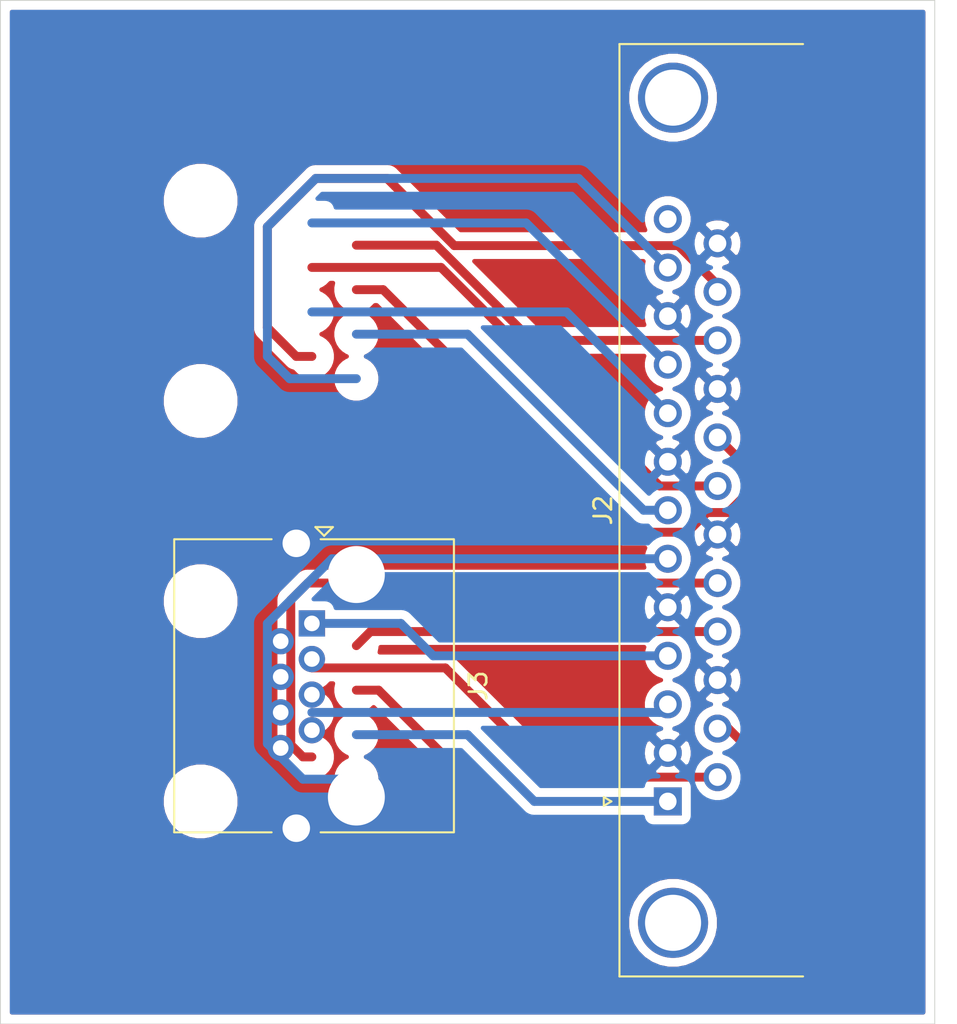
<source format=kicad_pcb>
(kicad_pcb (version 20171130) (host pcbnew "(5.1.9-0-10_14)")

  (general
    (thickness 1.6)
    (drawings 4)
    (tracks 67)
    (zones 0)
    (modules 2)
    (nets 18)
  )

  (page A4)
  (layers
    (0 F.Cu signal)
    (31 B.Cu signal)
    (32 B.Adhes user)
    (33 F.Adhes user)
    (34 B.Paste user)
    (35 F.Paste user)
    (36 B.SilkS user)
    (37 F.SilkS user)
    (38 B.Mask user)
    (39 F.Mask user)
    (40 Dwgs.User user)
    (41 Cmts.User user)
    (42 Eco1.User user)
    (43 Eco2.User user)
    (44 Edge.Cuts user)
    (45 Margin user)
    (46 B.CrtYd user)
    (47 F.CrtYd user)
    (48 B.Fab user)
    (49 F.Fab user)
  )

  (setup
    (last_trace_width 0.25)
    (user_trace_width 0.508)
    (trace_clearance 0.2)
    (zone_clearance 0.508)
    (zone_45_only no)
    (trace_min 0.2)
    (via_size 0.8)
    (via_drill 0.4)
    (via_min_size 0.4)
    (via_min_drill 0.3)
    (uvia_size 0.3)
    (uvia_drill 0.1)
    (uvias_allowed no)
    (uvia_min_size 0.2)
    (uvia_min_drill 0.1)
    (edge_width 0.05)
    (segment_width 0.2)
    (pcb_text_width 0.3)
    (pcb_text_size 1.5 1.5)
    (mod_edge_width 0.12)
    (mod_text_size 1 1)
    (mod_text_width 0.15)
    (pad_size 1.524 1.524)
    (pad_drill 0.762)
    (pad_to_mask_clearance 0)
    (aux_axis_origin 0 0)
    (visible_elements FFFFFF7F)
    (pcbplotparams
      (layerselection 0x010fc_ffffffff)
      (usegerberextensions false)
      (usegerberattributes true)
      (usegerberadvancedattributes true)
      (creategerberjobfile true)
      (excludeedgelayer true)
      (linewidth 0.100000)
      (plotframeref false)
      (viasonmask false)
      (mode 1)
      (useauxorigin false)
      (hpglpennumber 1)
      (hpglpenspeed 20)
      (hpglpendiameter 15.000000)
      (psnegative false)
      (psa4output false)
      (plotreference true)
      (plotvalue true)
      (plotinvisibletext false)
      (padsonsilk false)
      (subtractmaskfromsilk false)
      (outputformat 1)
      (mirror false)
      (drillshape 1)
      (scaleselection 1)
      (outputdirectory ""))
  )

  (net 0 "")
  (net 1 "Net-(J1-Pad8)")
  (net 2 "Net-(J1-Pad7)")
  (net 3 "Net-(J1-Pad6)")
  (net 4 "Net-(J1-Pad5)")
  (net 5 "Net-(J1-Pad4)")
  (net 6 "Net-(J1-Pad3)")
  (net 7 "Net-(J1-Pad2)")
  (net 8 "Net-(J1-Pad1)")
  (net 9 GND)
  (net 10 "Net-(J2-Pad18)")
  (net 11 "Net-(J2-Pad17)")
  (net 12 "Net-(J2-Pad15)")
  (net 13 "Net-(J2-Pad14)")
  (net 14 "Net-(J2-Pad6)")
  (net 15 "Net-(J2-Pad4)")
  (net 16 "Net-(J2-Pad3)")
  (net 17 "Net-(J2-Pad1)")

  (net_class Default "This is the default net class."
    (clearance 0.2)
    (trace_width 0.25)
    (via_dia 0.8)
    (via_drill 0.4)
    (uvia_dia 0.3)
    (uvia_drill 0.1)
    (add_net GND)
    (add_net "Net-(J1-Pad1)")
    (add_net "Net-(J1-Pad2)")
    (add_net "Net-(J1-Pad3)")
    (add_net "Net-(J1-Pad4)")
    (add_net "Net-(J1-Pad5)")
    (add_net "Net-(J1-Pad6)")
    (add_net "Net-(J1-Pad7)")
    (add_net "Net-(J1-Pad8)")
    (add_net "Net-(J2-Pad1)")
    (add_net "Net-(J2-Pad13)")
    (add_net "Net-(J2-Pad14)")
    (add_net "Net-(J2-Pad15)")
    (add_net "Net-(J2-Pad17)")
    (add_net "Net-(J2-Pad18)")
    (add_net "Net-(J2-Pad3)")
    (add_net "Net-(J2-Pad4)")
    (add_net "Net-(J2-Pad6)")
  )

  (module Connector_RJ:RJ45_Amphenol_RJHSE5380 (layer F.Cu) (tedit 5DC08C43) (tstamp 60779BA7)
    (at 66.04 78.74 270)
    (descr "Shielded, https://www.amphenolcanada.com/ProductSearch/drawings/AC/RJHSE538X.pdf")
    (tags "RJ45 8p8c ethernet cat5")
    (path /6078EF7A)
    (fp_text reference J3 (at 3.56 -9.5 90) (layer F.SilkS)
      (effects (font (size 1 1) (thickness 0.15)))
    )
    (fp_text value RJ45 (at 3.56 9.5 90) (layer F.Fab)
      (effects (font (size 1 1) (thickness 0.15)))
    )
    (fp_text user %R (at 3.56 -6 90) (layer F.Fab)
      (effects (font (size 1 1) (thickness 0.15)))
    )
    (fp_line (start -4.695 -7) (end -4.695 7.75) (layer F.Fab) (width 0.1))
    (fp_line (start -4.695 7.75) (end 11.815 7.75) (layer F.Fab) (width 0.1))
    (fp_line (start -3.695 -8) (end 11.815 -8) (layer F.Fab) (width 0.1))
    (fp_line (start 11.815 -8) (end 11.815 7.75) (layer F.Fab) (width 0.1))
    (fp_line (start -4.76 -8.11) (end 11.88 -8.11) (layer F.SilkS) (width 0.12))
    (fp_line (start -4.805 -8.11) (end -4.805 -0.5) (layer F.SilkS) (width 0.12))
    (fp_line (start 11.925 -8.11) (end 11.925 -0.5) (layer F.SilkS) (width 0.12))
    (fp_line (start -4.76 7.86) (end 11.925 7.86) (layer F.SilkS) (width 0.12))
    (fp_line (start -4.805 7.86) (end -4.805 2.3) (layer F.SilkS) (width 0.12))
    (fp_line (start 11.925 7.86) (end 11.925 2.3) (layer F.SilkS) (width 0.12))
    (fp_line (start -4.695 -7) (end -3.695 -8) (layer F.Fab) (width 0.1))
    (fp_line (start -6.22 -8.5) (end 13.34 -8.5) (layer F.CrtYd) (width 0.05))
    (fp_line (start -6.22 -8.5) (end -6.22 8.25) (layer F.CrtYd) (width 0.05))
    (fp_line (start -6.22 8.25) (end 13.34 8.25) (layer F.CrtYd) (width 0.05))
    (fp_line (start 13.34 -8.5) (end 13.34 8.25) (layer F.CrtYd) (width 0.05))
    (fp_line (start -5 -0.7) (end -5.5 -0.2) (layer F.SilkS) (width 0.12))
    (fp_line (start -5.5 -0.2) (end -5.5 -1.2) (layer F.SilkS) (width 0.12))
    (fp_line (start -5.5 -1.2) (end -5 -0.7) (layer F.SilkS) (width 0.12))
    (pad SH thru_hole circle (at -4.57 0.89 270) (size 2.3 2.3) (drill 1.57) (layers *.Cu *.Mask)
      (net 9 GND))
    (pad SH thru_hole circle (at 11.69 0.89 270) (size 2.3 2.3) (drill 1.57) (layers *.Cu *.Mask)
      (net 9 GND))
    (pad "" np_thru_hole circle (at 9.91 -2.54 270) (size 3.25 3.25) (drill 3.25) (layers *.Cu *.Mask))
    (pad "" np_thru_hole circle (at -2.79 -2.54 270) (size 3.25 3.25) (drill 3.25) (layers *.Cu *.Mask))
    (pad 8 thru_hole circle (at 7.112 1.78 270) (size 1.5 1.5) (drill 0.89) (layers *.Cu *.Mask)
      (net 14 "Net-(J2-Pad6)"))
    (pad 6 thru_hole circle (at 5.08 1.78 270) (size 1.5 1.5) (drill 0.89) (layers *.Cu *.Mask)
      (net 17 "Net-(J2-Pad1)"))
    (pad 4 thru_hole circle (at 3.048 1.78 270) (size 1.5 1.5) (drill 0.89) (layers *.Cu *.Mask)
      (net 12 "Net-(J2-Pad15)"))
    (pad 2 thru_hole circle (at 1.016 1.78 270) (size 1.5 1.5) (drill 0.89) (layers *.Cu *.Mask)
      (net 11 "Net-(J2-Pad17)"))
    (pad 7 thru_hole circle (at 6.096 0 270) (size 1.5 1.5) (drill 0.89) (layers *.Cu *.Mask)
      (net 10 "Net-(J2-Pad18)"))
    (pad 5 thru_hole circle (at 4.064 0 270) (size 1.5 1.5) (drill 0.89) (layers *.Cu *.Mask)
      (net 16 "Net-(J2-Pad3)"))
    (pad 3 thru_hole circle (at 2.032 0 270) (size 1.5 1.5) (drill 0.89) (layers *.Cu *.Mask)
      (net 13 "Net-(J2-Pad14)"))
    (pad 1 thru_hole rect (at 0 0 270) (size 1.5 1.5) (drill 0.89) (layers *.Cu *.Mask)
      (net 15 "Net-(J2-Pad4)"))
    (model ${KISYS3DMOD}/Connector_RJ.3dshapes/RJ45_Amphenol_RJHSE5380.wrl
      (at (xyz 0 0 0))
      (scale (xyz 1 1 1))
      (rotate (xyz 0 0 0))
    )
  )

  (module Connector_Dsub:DSUB-25_Male_Horizontal_P2.77x2.84mm_EdgePinOffset4.94mm_Housed_MountingHolesOffset7.48mm (layer F.Cu) (tedit 59FEDEE2) (tstamp 60778B1D)
    (at 86.36 88.9 90)
    (descr "25-pin D-Sub connector, horizontal/angled (90 deg), THT-mount, male, pitch 2.77x2.84mm, pin-PCB-offset 4.9399999999999995mm, distance of mounting holes 47.1mm, distance of mounting holes to PCB edge 7.4799999999999995mm, see https://disti-assets.s3.amazonaws.com/tonar/files/datasheets/16730.pdf")
    (tags "25-pin D-Sub connector horizontal angled 90deg THT male pitch 2.77x2.84mm pin-PCB-offset 4.9399999999999995mm mounting-holes-distance 47.1mm mounting-hole-offset 47.1mm")
    (path /60771E96)
    (fp_text reference J2 (at 16.62 -3.7 90) (layer F.SilkS)
      (effects (font (size 1 1) (thickness 0.15)))
    )
    (fp_text value DB25_Male (at 16.62 15.68 90) (layer F.Fab)
      (effects (font (size 1 1) (thickness 0.15)))
    )
    (fp_line (start 43.7 -3.25) (end -10.45 -3.25) (layer F.CrtYd) (width 0.05))
    (fp_line (start 43.7 14.7) (end 43.7 -3.25) (layer F.CrtYd) (width 0.05))
    (fp_line (start -10.45 14.7) (end 43.7 14.7) (layer F.CrtYd) (width 0.05))
    (fp_line (start -10.45 -3.25) (end -10.45 14.7) (layer F.CrtYd) (width 0.05))
    (fp_line (start 0 -3.221325) (end -0.25 -3.654338) (layer F.SilkS) (width 0.12))
    (fp_line (start 0.25 -3.654338) (end 0 -3.221325) (layer F.SilkS) (width 0.12))
    (fp_line (start -0.25 -3.654338) (end 0.25 -3.654338) (layer F.SilkS) (width 0.12))
    (fp_line (start 43.23 -2.76) (end 43.23 7.72) (layer F.SilkS) (width 0.12))
    (fp_line (start -9.99 -2.76) (end 43.23 -2.76) (layer F.SilkS) (width 0.12))
    (fp_line (start -9.99 7.72) (end -9.99 -2.76) (layer F.SilkS) (width 0.12))
    (fp_line (start 41.77 7.78) (end 41.77 0.3) (layer F.Fab) (width 0.1))
    (fp_line (start 38.57 7.78) (end 38.57 0.3) (layer F.Fab) (width 0.1))
    (fp_line (start -5.33 7.78) (end -5.33 0.3) (layer F.Fab) (width 0.1))
    (fp_line (start -8.53 7.78) (end -8.53 0.3) (layer F.Fab) (width 0.1))
    (fp_line (start 42.67 8.18) (end 37.67 8.18) (layer F.Fab) (width 0.1))
    (fp_line (start 42.67 13.18) (end 42.67 8.18) (layer F.Fab) (width 0.1))
    (fp_line (start 37.67 13.18) (end 42.67 13.18) (layer F.Fab) (width 0.1))
    (fp_line (start 37.67 8.18) (end 37.67 13.18) (layer F.Fab) (width 0.1))
    (fp_line (start -4.43 8.18) (end -9.43 8.18) (layer F.Fab) (width 0.1))
    (fp_line (start -4.43 13.18) (end -4.43 8.18) (layer F.Fab) (width 0.1))
    (fp_line (start -9.43 13.18) (end -4.43 13.18) (layer F.Fab) (width 0.1))
    (fp_line (start -9.43 8.18) (end -9.43 13.18) (layer F.Fab) (width 0.1))
    (fp_line (start 35.77 8.18) (end -2.53 8.18) (layer F.Fab) (width 0.1))
    (fp_line (start 35.77 14.18) (end 35.77 8.18) (layer F.Fab) (width 0.1))
    (fp_line (start -2.53 14.18) (end 35.77 14.18) (layer F.Fab) (width 0.1))
    (fp_line (start -2.53 8.18) (end -2.53 14.18) (layer F.Fab) (width 0.1))
    (fp_line (start 43.17 7.78) (end -9.93 7.78) (layer F.Fab) (width 0.1))
    (fp_line (start 43.17 8.18) (end 43.17 7.78) (layer F.Fab) (width 0.1))
    (fp_line (start -9.93 8.18) (end 43.17 8.18) (layer F.Fab) (width 0.1))
    (fp_line (start -9.93 7.78) (end -9.93 8.18) (layer F.Fab) (width 0.1))
    (fp_line (start 43.17 -2.7) (end -9.93 -2.7) (layer F.Fab) (width 0.1))
    (fp_line (start 43.17 7.78) (end 43.17 -2.7) (layer F.Fab) (width 0.1))
    (fp_line (start -9.93 7.78) (end 43.17 7.78) (layer F.Fab) (width 0.1))
    (fp_line (start -9.93 -2.7) (end -9.93 7.78) (layer F.Fab) (width 0.1))
    (fp_text user %R (at 16.62 11.18 90) (layer F.Fab)
      (effects (font (size 1 1) (thickness 0.15)))
    )
    (fp_arc (start 40.17 0.3) (end 38.57 0.3) (angle 180) (layer F.Fab) (width 0.1))
    (fp_arc (start -6.93 0.3) (end -8.53 0.3) (angle 180) (layer F.Fab) (width 0.1))
    (pad 0 thru_hole circle (at 40.17 0.3 90) (size 4 4) (drill 3.2) (layers *.Cu *.Mask))
    (pad 0 thru_hole circle (at -6.93 0.3 90) (size 4 4) (drill 3.2) (layers *.Cu *.Mask))
    (pad 25 thru_hole circle (at 31.855 2.84 90) (size 1.6 1.6) (drill 1) (layers *.Cu *.Mask)
      (net 9 GND))
    (pad 24 thru_hole circle (at 29.085 2.84 90) (size 1.6 1.6) (drill 1) (layers *.Cu *.Mask)
      (net 2 "Net-(J1-Pad7)"))
    (pad 23 thru_hole circle (at 26.315 2.84 90) (size 1.6 1.6) (drill 1) (layers *.Cu *.Mask)
      (net 7 "Net-(J1-Pad2)"))
    (pad 22 thru_hole circle (at 23.545 2.84 90) (size 1.6 1.6) (drill 1) (layers *.Cu *.Mask)
      (net 9 GND))
    (pad 21 thru_hole circle (at 20.775 2.84 90) (size 1.6 1.6) (drill 1) (layers *.Cu *.Mask)
      (net 5 "Net-(J1-Pad4)"))
    (pad 20 thru_hole circle (at 18.005 2.84 90) (size 1.6 1.6) (drill 1) (layers *.Cu *.Mask)
      (net 6 "Net-(J1-Pad3)"))
    (pad 19 thru_hole circle (at 15.235 2.84 90) (size 1.6 1.6) (drill 1) (layers *.Cu *.Mask)
      (net 9 GND))
    (pad 18 thru_hole circle (at 12.465 2.84 90) (size 1.6 1.6) (drill 1) (layers *.Cu *.Mask)
      (net 10 "Net-(J2-Pad18)"))
    (pad 17 thru_hole circle (at 9.695 2.84 90) (size 1.6 1.6) (drill 1) (layers *.Cu *.Mask)
      (net 11 "Net-(J2-Pad17)"))
    (pad 16 thru_hole circle (at 6.925 2.84 90) (size 1.6 1.6) (drill 1) (layers *.Cu *.Mask)
      (net 9 GND))
    (pad 15 thru_hole circle (at 4.155 2.84 90) (size 1.6 1.6) (drill 1) (layers *.Cu *.Mask)
      (net 12 "Net-(J2-Pad15)"))
    (pad 14 thru_hole circle (at 1.385 2.84 90) (size 1.6 1.6) (drill 1) (layers *.Cu *.Mask)
      (net 13 "Net-(J2-Pad14)"))
    (pad 13 thru_hole circle (at 33.24 0 90) (size 1.6 1.6) (drill 1) (layers *.Cu *.Mask))
    (pad 12 thru_hole circle (at 30.47 0 90) (size 1.6 1.6) (drill 1) (layers *.Cu *.Mask)
      (net 1 "Net-(J1-Pad8)"))
    (pad 11 thru_hole circle (at 27.7 0 90) (size 1.6 1.6) (drill 1) (layers *.Cu *.Mask)
      (net 9 GND))
    (pad 10 thru_hole circle (at 24.93 0 90) (size 1.6 1.6) (drill 1) (layers *.Cu *.Mask)
      (net 8 "Net-(J1-Pad1)"))
    (pad 9 thru_hole circle (at 22.16 0 90) (size 1.6 1.6) (drill 1) (layers *.Cu *.Mask)
      (net 4 "Net-(J1-Pad5)"))
    (pad 8 thru_hole circle (at 19.39 0 90) (size 1.6 1.6) (drill 1) (layers *.Cu *.Mask)
      (net 9 GND))
    (pad 7 thru_hole circle (at 16.62 0 90) (size 1.6 1.6) (drill 1) (layers *.Cu *.Mask)
      (net 3 "Net-(J1-Pad6)"))
    (pad 6 thru_hole circle (at 13.85 0 90) (size 1.6 1.6) (drill 1) (layers *.Cu *.Mask)
      (net 14 "Net-(J2-Pad6)"))
    (pad 5 thru_hole circle (at 11.08 0 90) (size 1.6 1.6) (drill 1) (layers *.Cu *.Mask)
      (net 9 GND))
    (pad 4 thru_hole circle (at 8.31 0 90) (size 1.6 1.6) (drill 1) (layers *.Cu *.Mask)
      (net 15 "Net-(J2-Pad4)"))
    (pad 3 thru_hole circle (at 5.54 0 90) (size 1.6 1.6) (drill 1) (layers *.Cu *.Mask)
      (net 16 "Net-(J2-Pad3)"))
    (pad 2 thru_hole circle (at 2.77 0 90) (size 1.6 1.6) (drill 1) (layers *.Cu *.Mask)
      (net 9 GND))
    (pad 1 thru_hole rect (at 0 0 90) (size 1.6 1.6) (drill 1) (layers *.Cu *.Mask)
      (net 17 "Net-(J2-Pad1)"))
    (model ${KISYS3DMOD}/Connector_Dsub.3dshapes/DSUB-25_Male_Horizontal_P2.77x2.84mm_EdgePinOffset4.94mm_Housed_MountingHolesOffset7.48mm.wrl
      (at (xyz 0 0 0))
      (scale (xyz 1 1 1))
      (rotate (xyz 0 0 0))
    )
  )

  (gr_line (start 48.26 101.6) (end 48.26 43.18) (layer Edge.Cuts) (width 0.05) (tstamp 60779041))
  (gr_line (start 101.6 101.6) (end 48.26 101.6) (layer Edge.Cuts) (width 0.05))
  (gr_line (start 101.6 43.18) (end 101.6 101.6) (layer Edge.Cuts) (width 0.05))
  (gr_line (start 48.26 43.18) (end 101.6 43.18) (layer Edge.Cuts) (width 0.05))

  (segment (start 86.36 58.43) (end 81.27 53.34) (width 0.508) (layer B.Cu) (net 1))
  (segment (start 66.262798 53.34) (end 63.5 56.102798) (width 0.508) (layer B.Cu) (net 1))
  (segment (start 81.27 53.34) (end 66.262798 53.34) (width 0.508) (layer B.Cu) (net 1))
  (segment (start 63.5 56.102798) (end 63.5 63.5) (width 0.508) (layer B.Cu) (net 1))
  (segment (start 64.77 64.77) (end 68.58 64.77) (width 0.508) (layer B.Cu) (net 1))
  (segment (start 63.5 63.5) (end 64.77 64.77) (width 0.508) (layer B.Cu) (net 1))
  (segment (start 65.149039 63.5) (end 66.04 63.5) (width 0.508) (layer F.Cu) (net 2))
  (segment (start 63.5 61.850961) (end 65.149039 63.5) (width 0.508) (layer F.Cu) (net 2))
  (segment (start 63.5 56.102798) (end 63.5 61.850961) (width 0.508) (layer F.Cu) (net 2))
  (segment (start 66.262798 53.34) (end 63.5 56.102798) (width 0.508) (layer F.Cu) (net 2))
  (segment (start 89.2 59.815) (end 89.2 59.414078) (width 0.508) (layer F.Cu) (net 2))
  (segment (start 74.172629 57.175999) (end 70.33663 53.34) (width 0.508) (layer F.Cu) (net 2))
  (segment (start 86.961921 57.175999) (end 74.172629 57.175999) (width 0.508) (layer F.Cu) (net 2))
  (segment (start 89.2 59.414078) (end 86.961921 57.175999) (width 0.508) (layer F.Cu) (net 2))
  (segment (start 70.33663 53.34) (end 66.262798 53.34) (width 0.508) (layer F.Cu) (net 2))
  (segment (start 86.36 72.28) (end 84.98 72.28) (width 0.508) (layer B.Cu) (net 3))
  (segment (start 74.93 62.23) (end 68.58 62.23) (width 0.508) (layer B.Cu) (net 3))
  (segment (start 84.98 72.28) (end 74.93 62.23) (width 0.508) (layer B.Cu) (net 3))
  (segment (start 80.58 60.96) (end 66.04 60.96) (width 0.508) (layer B.Cu) (net 4))
  (segment (start 86.36 66.74) (end 80.58 60.96) (width 0.508) (layer B.Cu) (net 4))
  (segment (start 83.82 73.404039) (end 70.105961 59.69) (width 0.508) (layer F.Cu) (net 5))
  (segment (start 87.475077 73.534001) (end 83.82 73.534001) (width 0.508) (layer F.Cu) (net 5))
  (segment (start 70.105961 59.69) (end 68.58 59.69) (width 0.508) (layer F.Cu) (net 5))
  (segment (start 83.82 73.534001) (end 83.82 73.404039) (width 0.508) (layer F.Cu) (net 5))
  (segment (start 88.598079 72.410999) (end 87.475077 73.534001) (width 0.508) (layer F.Cu) (net 5))
  (segment (start 89.801921 72.410999) (end 88.598079 72.410999) (width 0.508) (layer F.Cu) (net 5))
  (segment (start 91.44 70.77292) (end 89.801921 72.410999) (width 0.508) (layer F.Cu) (net 5))
  (segment (start 91.44 70.365) (end 91.44 70.77292) (width 0.508) (layer F.Cu) (net 5))
  (segment (start 89.2 68.125) (end 91.44 70.365) (width 0.508) (layer F.Cu) (net 5))
  (segment (start 85.889078 70.895) (end 73.414078 58.42) (width 0.508) (layer F.Cu) (net 6))
  (segment (start 73.414078 58.42) (end 66.04 58.42) (width 0.508) (layer F.Cu) (net 6))
  (segment (start 89.2 70.895) (end 85.889078 70.895) (width 0.508) (layer F.Cu) (net 6))
  (segment (start 73.145354 57.15) (end 68.58 57.15) (width 0.508) (layer F.Cu) (net 7))
  (segment (start 78.580354 62.585) (end 73.145354 57.15) (width 0.508) (layer F.Cu) (net 7))
  (segment (start 89.2 62.585) (end 78.580354 62.585) (width 0.508) (layer F.Cu) (net 7))
  (segment (start 78.27 55.88) (end 66.04 55.88) (width 0.508) (layer B.Cu) (net 8))
  (segment (start 86.36 63.97) (end 78.27 55.88) (width 0.508) (layer B.Cu) (net 8))
  (segment (start 65.528078 86.36) (end 66.04 86.36) (width 0.508) (layer F.Cu) (net 10))
  (segment (start 64.835999 77.404001) (end 64.835999 85.667921) (width 0.508) (layer F.Cu) (net 10))
  (segment (start 65.805 76.435) (end 64.835999 77.404001) (width 0.508) (layer F.Cu) (net 10))
  (segment (start 64.835999 85.667921) (end 65.528078 86.36) (width 0.508) (layer F.Cu) (net 10))
  (segment (start 89.2 76.435) (end 65.805 76.435) (width 0.508) (layer F.Cu) (net 10))
  (segment (start 69.385 79.205) (end 68.58 80.01) (width 0.508) (layer F.Cu) (net 11))
  (segment (start 89.2 79.205) (end 69.385 79.205) (width 0.508) (layer F.Cu) (net 11))
  (segment (start 69.85 82.55) (end 68.58 82.55) (width 0.508) (layer F.Cu) (net 12))
  (segment (start 78.74 91.44) (end 69.85 82.55) (width 0.508) (layer F.Cu) (net 12))
  (segment (start 89.825 84.745) (end 91.44 86.36) (width 0.508) (layer F.Cu) (net 12))
  (segment (start 89.285461 91.44) (end 78.74 91.44) (width 0.508) (layer F.Cu) (net 12))
  (segment (start 91.44 89.285461) (end 89.285461 91.44) (width 0.508) (layer F.Cu) (net 12))
  (segment (start 91.44 86.36) (end 91.44 89.285461) (width 0.508) (layer F.Cu) (net 12))
  (segment (start 89.2 84.745) (end 89.825 84.745) (width 0.508) (layer F.Cu) (net 12))
  (segment (start 89.2 87.515) (end 79.895 87.515) (width 0.508) (layer F.Cu) (net 13))
  (segment (start 73.66 81.28) (end 66.04 81.28) (width 0.508) (layer F.Cu) (net 13))
  (segment (start 79.895 87.515) (end 73.66 81.28) (width 0.508) (layer F.Cu) (net 13))
  (segment (start 86.36 75.05) (end 67.19 75.05) (width 0.508) (layer B.Cu) (net 14))
  (segment (start 67.19 75.05) (end 63.5 78.74) (width 0.508) (layer B.Cu) (net 14))
  (segment (start 65.528078 87.63) (end 68.58 87.63) (width 0.508) (layer B.Cu) (net 14))
  (segment (start 63.5 85.601922) (end 65.528078 87.63) (width 0.508) (layer B.Cu) (net 14))
  (segment (start 63.5 78.74) (end 63.5 85.601922) (width 0.508) (layer B.Cu) (net 14))
  (segment (start 86.36 80.59) (end 72.97 80.59) (width 0.508) (layer B.Cu) (net 15))
  (segment (start 71.12 78.74) (end 66.04 78.74) (width 0.508) (layer B.Cu) (net 15))
  (segment (start 72.97 80.59) (end 71.12 78.74) (width 0.508) (layer B.Cu) (net 15))
  (segment (start 85.9 83.82) (end 66.04 83.82) (width 0.508) (layer B.Cu) (net 16))
  (segment (start 86.36 83.36) (end 85.9 83.82) (width 0.508) (layer B.Cu) (net 16))
  (segment (start 86.36 88.9) (end 78.74 88.9) (width 0.508) (layer B.Cu) (net 17))
  (segment (start 74.93 85.09) (end 68.58 85.09) (width 0.508) (layer B.Cu) (net 17))
  (segment (start 78.74 88.9) (end 74.93 85.09) (width 0.508) (layer B.Cu) (net 17))

  (zone (net 9) (net_name GND) (layer B.Cu) (tstamp 0) (hatch edge 0.508)
    (connect_pads (clearance 0.508))
    (min_thickness 0.254)
    (fill yes (arc_segments 32) (thermal_gap 0.508) (thermal_bridge_width 0.508))
    (polygon
      (pts
        (xy 101.6 101.6) (xy 48.26 101.6) (xy 48.26 43.18) (xy 101.6 43.18)
      )
    )
    (filled_polygon
      (pts
        (xy 100.940001 100.94) (xy 48.92 100.94) (xy 48.92 95.570475) (xy 84.025 95.570475) (xy 84.025 96.089525)
        (xy 84.126261 96.598601) (xy 84.324893 97.078141) (xy 84.613262 97.509715) (xy 84.980285 97.876738) (xy 85.411859 98.165107)
        (xy 85.891399 98.363739) (xy 86.400475 98.465) (xy 86.919525 98.465) (xy 87.428601 98.363739) (xy 87.908141 98.165107)
        (xy 88.339715 97.876738) (xy 88.706738 97.509715) (xy 88.995107 97.078141) (xy 89.193739 96.598601) (xy 89.295 96.089525)
        (xy 89.295 95.570475) (xy 89.193739 95.061399) (xy 88.995107 94.581859) (xy 88.706738 94.150285) (xy 88.339715 93.783262)
        (xy 87.908141 93.494893) (xy 87.428601 93.296261) (xy 86.919525 93.195) (xy 86.400475 93.195) (xy 85.891399 93.296261)
        (xy 85.411859 93.494893) (xy 84.980285 93.783262) (xy 84.613262 94.150285) (xy 84.324893 94.581859) (xy 84.126261 95.061399)
        (xy 84.025 95.570475) (xy 48.92 95.570475) (xy 48.92 88.679872) (xy 57.455 88.679872) (xy 57.455 89.120128)
        (xy 57.54089 89.551925) (xy 57.709369 89.958669) (xy 57.953962 90.324729) (xy 58.265271 90.636038) (xy 58.631331 90.880631)
        (xy 59.038075 91.04911) (xy 59.469872 91.135) (xy 59.910128 91.135) (xy 60.341925 91.04911) (xy 60.748669 90.880631)
        (xy 61.114729 90.636038) (xy 61.426038 90.324729) (xy 61.670631 89.958669) (xy 61.83911 89.551925) (xy 61.925 89.120128)
        (xy 61.925 88.679872) (xy 61.83911 88.248075) (xy 61.670631 87.841331) (xy 61.426038 87.475271) (xy 61.114729 87.163962)
        (xy 60.748669 86.919369) (xy 60.341925 86.75089) (xy 59.910128 86.665) (xy 59.469872 86.665) (xy 59.038075 86.75089)
        (xy 58.631331 86.919369) (xy 58.265271 87.163962) (xy 57.953962 87.475271) (xy 57.709369 87.841331) (xy 57.54089 88.248075)
        (xy 57.455 88.679872) (xy 48.92 88.679872) (xy 48.92 77.249872) (xy 57.455 77.249872) (xy 57.455 77.690128)
        (xy 57.54089 78.121925) (xy 57.709369 78.528669) (xy 57.953962 78.894729) (xy 58.265271 79.206038) (xy 58.631331 79.450631)
        (xy 59.038075 79.61911) (xy 59.469872 79.705) (xy 59.910128 79.705) (xy 60.341925 79.61911) (xy 60.748669 79.450631)
        (xy 61.114729 79.206038) (xy 61.426038 78.894729) (xy 61.670631 78.528669) (xy 61.83911 78.121925) (xy 61.925 77.690128)
        (xy 61.925 77.249872) (xy 61.83911 76.818075) (xy 61.670631 76.411331) (xy 61.426038 76.045271) (xy 61.114729 75.733962)
        (xy 60.748669 75.489369) (xy 60.341925 75.32089) (xy 59.910128 75.235) (xy 59.469872 75.235) (xy 59.038075 75.32089)
        (xy 58.631331 75.489369) (xy 58.265271 75.733962) (xy 57.953962 76.045271) (xy 57.709369 76.411331) (xy 57.54089 76.818075)
        (xy 57.455 77.249872) (xy 48.92 77.249872) (xy 48.92 65.819872) (xy 57.455 65.819872) (xy 57.455 66.260128)
        (xy 57.54089 66.691925) (xy 57.709369 67.098669) (xy 57.953962 67.464729) (xy 58.265271 67.776038) (xy 58.631331 68.020631)
        (xy 59.038075 68.18911) (xy 59.469872 68.275) (xy 59.910128 68.275) (xy 60.341925 68.18911) (xy 60.748669 68.020631)
        (xy 61.114729 67.776038) (xy 61.426038 67.464729) (xy 61.670631 67.098669) (xy 61.83911 66.691925) (xy 61.925 66.260128)
        (xy 61.925 65.819872) (xy 61.83911 65.388075) (xy 61.670631 64.981331) (xy 61.426038 64.615271) (xy 61.114729 64.303962)
        (xy 60.748669 64.059369) (xy 60.341925 63.89089) (xy 59.910128 63.805) (xy 59.469872 63.805) (xy 59.038075 63.89089)
        (xy 58.631331 64.059369) (xy 58.265271 64.303962) (xy 57.953962 64.615271) (xy 57.709369 64.981331) (xy 57.54089 65.388075)
        (xy 57.455 65.819872) (xy 48.92 65.819872) (xy 48.92 54.389872) (xy 57.455 54.389872) (xy 57.455 54.830128)
        (xy 57.54089 55.261925) (xy 57.709369 55.668669) (xy 57.953962 56.034729) (xy 58.265271 56.346038) (xy 58.631331 56.590631)
        (xy 59.038075 56.75911) (xy 59.469872 56.845) (xy 59.910128 56.845) (xy 60.341925 56.75911) (xy 60.748669 56.590631)
        (xy 61.114729 56.346038) (xy 61.357969 56.102798) (xy 62.6067 56.102798) (xy 62.611 56.146458) (xy 62.611001 63.45633)
        (xy 62.6067 63.5) (xy 62.623864 63.674274) (xy 62.674698 63.841852) (xy 62.757248 63.996291) (xy 62.776706 64.02)
        (xy 62.868342 64.131659) (xy 62.902259 64.159494) (xy 64.110506 65.367741) (xy 64.138341 65.401659) (xy 64.273709 65.512753)
        (xy 64.428149 65.595303) (xy 64.494058 65.615296) (xy 64.595724 65.646136) (xy 64.628924 65.649406) (xy 64.726333 65.659)
        (xy 64.726339 65.659) (xy 64.769999 65.6633) (xy 64.813659 65.659) (xy 67.510315 65.659) (xy 67.697114 65.845799)
        (xy 67.923957 65.997371) (xy 68.176011 66.101775) (xy 68.443589 66.155) (xy 68.716411 66.155) (xy 68.983989 66.101775)
        (xy 69.236043 65.997371) (xy 69.462886 65.845799) (xy 69.655799 65.652886) (xy 69.807371 65.426043) (xy 69.911775 65.173989)
        (xy 69.965 64.906411) (xy 69.965 64.633589) (xy 69.911775 64.366011) (xy 69.807371 64.113957) (xy 69.655799 63.887114)
        (xy 69.462886 63.694201) (xy 69.236043 63.542629) (xy 69.133127 63.5) (xy 69.236043 63.457371) (xy 69.462886 63.305799)
        (xy 69.649685 63.119) (xy 74.561765 63.119) (xy 84.320501 72.877736) (xy 84.348341 72.911659) (xy 84.483709 73.022753)
        (xy 84.638149 73.105303) (xy 84.704058 73.125296) (xy 84.805724 73.156136) (xy 84.838924 73.159406) (xy 84.936333 73.169)
        (xy 84.936339 73.169) (xy 84.979999 73.1733) (xy 85.023659 73.169) (xy 85.228151 73.169) (xy 85.245363 73.194759)
        (xy 85.445241 73.394637) (xy 85.680273 73.55168) (xy 85.941426 73.659853) (xy 85.967301 73.665) (xy 85.941426 73.670147)
        (xy 85.680273 73.77832) (xy 85.445241 73.935363) (xy 85.245363 74.135241) (xy 85.228151 74.161) (xy 67.233659 74.161)
        (xy 67.189999 74.1567) (xy 67.146339 74.161) (xy 67.146333 74.161) (xy 67.034073 74.172057) (xy 67.015725 74.173864)
        (xy 66.942758 74.195998) (xy 66.848149 74.224697) (xy 66.693709 74.307247) (xy 66.558341 74.418341) (xy 66.530506 74.452258)
        (xy 62.902264 78.080501) (xy 62.868341 78.108341) (xy 62.757247 78.24371) (xy 62.674697 78.39815) (xy 62.623864 78.565727)
        (xy 62.611 78.696334) (xy 62.611 78.69634) (xy 62.6067 78.74) (xy 62.611 78.78366) (xy 62.611001 85.558252)
        (xy 62.6067 85.601922) (xy 62.623864 85.776196) (xy 62.674698 85.943774) (xy 62.757248 86.098213) (xy 62.812715 86.165799)
        (xy 62.868342 86.233581) (xy 62.902259 86.261416) (xy 64.868579 88.227736) (xy 64.896419 88.261659) (xy 65.031787 88.372753)
        (xy 65.186227 88.455303) (xy 65.252136 88.475296) (xy 65.353802 88.506136) (xy 65.387002 88.509406) (xy 65.484411 88.519)
        (xy 65.484417 88.519) (xy 65.528077 88.5233) (xy 65.571737 88.519) (xy 67.510315 88.519) (xy 67.697114 88.705799)
        (xy 67.923957 88.857371) (xy 68.176011 88.961775) (xy 68.443589 89.015) (xy 68.716411 89.015) (xy 68.983989 88.961775)
        (xy 69.236043 88.857371) (xy 69.462886 88.705799) (xy 69.655799 88.512886) (xy 69.807371 88.286043) (xy 69.911775 88.033989)
        (xy 69.965 87.766411) (xy 69.965 87.493589) (xy 69.911775 87.226011) (xy 69.807371 86.973957) (xy 69.655799 86.747114)
        (xy 69.462886 86.554201) (xy 69.236043 86.402629) (xy 69.133127 86.36) (xy 69.236043 86.317371) (xy 69.462886 86.165799)
        (xy 69.649685 85.979) (xy 74.561765 85.979) (xy 78.080506 89.497742) (xy 78.108341 89.531659) (xy 78.243709 89.642753)
        (xy 78.398149 89.725303) (xy 78.514892 89.760716) (xy 78.565725 89.776136) (xy 78.582325 89.777771) (xy 78.696333 89.789)
        (xy 78.69634 89.789) (xy 78.74 89.7933) (xy 78.78366 89.789) (xy 84.930693 89.789) (xy 84.934188 89.824482)
        (xy 84.970498 89.94418) (xy 85.029463 90.054494) (xy 85.108815 90.151185) (xy 85.205506 90.230537) (xy 85.31582 90.289502)
        (xy 85.435518 90.325812) (xy 85.56 90.338072) (xy 87.16 90.338072) (xy 87.284482 90.325812) (xy 87.40418 90.289502)
        (xy 87.514494 90.230537) (xy 87.611185 90.151185) (xy 87.690537 90.054494) (xy 87.749502 89.94418) (xy 87.785812 89.824482)
        (xy 87.798072 89.7) (xy 87.798072 88.1) (xy 87.785812 87.975518) (xy 87.749502 87.85582) (xy 87.690537 87.745506)
        (xy 87.611185 87.648815) (xy 87.514494 87.569463) (xy 87.40418 87.510498) (xy 87.284482 87.474188) (xy 87.16 87.461928)
        (xy 86.897087 87.461928) (xy 86.976292 87.433603) (xy 87.101514 87.366671) (xy 87.173097 87.122702) (xy 86.36 86.309605)
        (xy 85.546903 87.122702) (xy 85.618486 87.366671) (xy 85.819802 87.461928) (xy 85.56 87.461928) (xy 85.435518 87.474188)
        (xy 85.31582 87.510498) (xy 85.205506 87.569463) (xy 85.108815 87.648815) (xy 85.029463 87.745506) (xy 84.970498 87.85582)
        (xy 84.934188 87.975518) (xy 84.930693 88.011) (xy 79.108236 88.011) (xy 77.297748 86.200512) (xy 84.919783 86.200512)
        (xy 84.961213 86.48013) (xy 85.056397 86.746292) (xy 85.123329 86.871514) (xy 85.367298 86.943097) (xy 86.180395 86.13)
        (xy 86.539605 86.13) (xy 87.352702 86.943097) (xy 87.596671 86.871514) (xy 87.717571 86.616004) (xy 87.7863 86.341816)
        (xy 87.800217 86.059488) (xy 87.758787 85.77987) (xy 87.663603 85.513708) (xy 87.596671 85.388486) (xy 87.352702 85.316903)
        (xy 86.539605 86.13) (xy 86.180395 86.13) (xy 85.367298 85.316903) (xy 85.123329 85.388486) (xy 85.002429 85.643996)
        (xy 84.9337 85.918184) (xy 84.919783 86.200512) (xy 77.297748 86.200512) (xy 75.806235 84.709) (xy 85.85634 84.709)
        (xy 85.870247 84.71037) (xy 85.941426 84.739853) (xy 85.969882 84.745513) (xy 85.743708 84.826397) (xy 85.618486 84.893329)
        (xy 85.546903 85.137298) (xy 86.36 85.950395) (xy 87.173097 85.137298) (xy 87.101514 84.893329) (xy 86.846004 84.772429)
        (xy 86.743711 84.746788) (xy 86.778574 84.739853) (xy 87.039727 84.63168) (xy 87.081654 84.603665) (xy 87.765 84.603665)
        (xy 87.765 84.886335) (xy 87.820147 85.163574) (xy 87.92832 85.424727) (xy 88.085363 85.659759) (xy 88.285241 85.859637)
        (xy 88.520273 86.01668) (xy 88.781426 86.124853) (xy 88.807301 86.13) (xy 88.781426 86.135147) (xy 88.520273 86.24332)
        (xy 88.285241 86.400363) (xy 88.085363 86.600241) (xy 87.92832 86.835273) (xy 87.820147 87.096426) (xy 87.765 87.373665)
        (xy 87.765 87.656335) (xy 87.820147 87.933574) (xy 87.92832 88.194727) (xy 88.085363 88.429759) (xy 88.285241 88.629637)
        (xy 88.520273 88.78668) (xy 88.781426 88.894853) (xy 89.058665 88.95) (xy 89.341335 88.95) (xy 89.618574 88.894853)
        (xy 89.879727 88.78668) (xy 90.114759 88.629637) (xy 90.314637 88.429759) (xy 90.47168 88.194727) (xy 90.579853 87.933574)
        (xy 90.635 87.656335) (xy 90.635 87.373665) (xy 90.579853 87.096426) (xy 90.47168 86.835273) (xy 90.314637 86.600241)
        (xy 90.114759 86.400363) (xy 89.879727 86.24332) (xy 89.618574 86.135147) (xy 89.592699 86.13) (xy 89.618574 86.124853)
        (xy 89.879727 86.01668) (xy 90.114759 85.859637) (xy 90.314637 85.659759) (xy 90.47168 85.424727) (xy 90.579853 85.163574)
        (xy 90.635 84.886335) (xy 90.635 84.603665) (xy 90.579853 84.326426) (xy 90.47168 84.065273) (xy 90.314637 83.830241)
        (xy 90.114759 83.630363) (xy 89.879727 83.47332) (xy 89.618574 83.365147) (xy 89.590118 83.359487) (xy 89.816292 83.278603)
        (xy 89.941514 83.211671) (xy 90.013097 82.967702) (xy 89.2 82.154605) (xy 88.386903 82.967702) (xy 88.458486 83.211671)
        (xy 88.713996 83.332571) (xy 88.816289 83.358212) (xy 88.781426 83.365147) (xy 88.520273 83.47332) (xy 88.285241 83.630363)
        (xy 88.085363 83.830241) (xy 87.92832 84.065273) (xy 87.820147 84.326426) (xy 87.765 84.603665) (xy 87.081654 84.603665)
        (xy 87.274759 84.474637) (xy 87.474637 84.274759) (xy 87.63168 84.039727) (xy 87.739853 83.778574) (xy 87.795 83.501335)
        (xy 87.795 83.218665) (xy 87.739853 82.941426) (xy 87.63168 82.680273) (xy 87.474637 82.445241) (xy 87.274759 82.245363)
        (xy 87.039727 82.08832) (xy 86.93638 82.045512) (xy 87.759783 82.045512) (xy 87.801213 82.32513) (xy 87.896397 82.591292)
        (xy 87.963329 82.716514) (xy 88.207298 82.788097) (xy 89.020395 81.975) (xy 89.379605 81.975) (xy 90.192702 82.788097)
        (xy 90.436671 82.716514) (xy 90.557571 82.461004) (xy 90.6263 82.186816) (xy 90.640217 81.904488) (xy 90.598787 81.62487)
        (xy 90.503603 81.358708) (xy 90.436671 81.233486) (xy 90.192702 81.161903) (xy 89.379605 81.975) (xy 89.020395 81.975)
        (xy 88.207298 81.161903) (xy 87.963329 81.233486) (xy 87.842429 81.488996) (xy 87.7737 81.763184) (xy 87.759783 82.045512)
        (xy 86.93638 82.045512) (xy 86.778574 81.980147) (xy 86.752699 81.975) (xy 86.778574 81.969853) (xy 87.039727 81.86168)
        (xy 87.274759 81.704637) (xy 87.474637 81.504759) (xy 87.63168 81.269727) (xy 87.739853 81.008574) (xy 87.795 80.731335)
        (xy 87.795 80.448665) (xy 87.739853 80.171426) (xy 87.63168 79.910273) (xy 87.474637 79.675241) (xy 87.274759 79.475363)
        (xy 87.039727 79.31832) (xy 86.778574 79.210147) (xy 86.750118 79.204487) (xy 86.976292 79.123603) (xy 87.101514 79.056671)
        (xy 87.173097 78.812702) (xy 86.36 77.999605) (xy 85.546903 78.812702) (xy 85.618486 79.056671) (xy 85.873996 79.177571)
        (xy 85.976289 79.203212) (xy 85.941426 79.210147) (xy 85.680273 79.31832) (xy 85.445241 79.475363) (xy 85.245363 79.675241)
        (xy 85.228151 79.701) (xy 73.338236 79.701) (xy 71.779499 78.142264) (xy 71.751659 78.108341) (xy 71.616291 77.997247)
        (xy 71.461851 77.914697) (xy 71.382123 77.890512) (xy 84.919783 77.890512) (xy 84.961213 78.17013) (xy 85.056397 78.436292)
        (xy 85.123329 78.561514) (xy 85.367298 78.633097) (xy 86.180395 77.82) (xy 86.539605 77.82) (xy 87.352702 78.633097)
        (xy 87.596671 78.561514) (xy 87.717571 78.306004) (xy 87.7863 78.031816) (xy 87.800217 77.749488) (xy 87.758787 77.46987)
        (xy 87.663603 77.203708) (xy 87.596671 77.078486) (xy 87.352702 77.006903) (xy 86.539605 77.82) (xy 86.180395 77.82)
        (xy 85.367298 77.006903) (xy 85.123329 77.078486) (xy 85.002429 77.333996) (xy 84.9337 77.608184) (xy 84.919783 77.890512)
        (xy 71.382123 77.890512) (xy 71.294274 77.863864) (xy 71.163667 77.851) (xy 71.16366 77.851) (xy 71.12 77.8467)
        (xy 71.07634 77.851) (xy 67.411408 77.851) (xy 67.379502 77.74582) (xy 67.320537 77.635506) (xy 67.241185 77.538815)
        (xy 67.144494 77.459463) (xy 67.03418 77.400498) (xy 66.914482 77.364188) (xy 66.79 77.351928) (xy 66.145308 77.351928)
        (xy 67.558236 75.939) (xy 85.228151 75.939) (xy 85.245363 75.964759) (xy 85.445241 76.164637) (xy 85.680273 76.32168)
        (xy 85.941426 76.429853) (xy 85.969882 76.435513) (xy 85.743708 76.516397) (xy 85.618486 76.583329) (xy 85.546903 76.827298)
        (xy 86.36 77.640395) (xy 87.173097 76.827298) (xy 87.101514 76.583329) (xy 86.846004 76.462429) (xy 86.743711 76.436788)
        (xy 86.778574 76.429853) (xy 87.039727 76.32168) (xy 87.081654 76.293665) (xy 87.765 76.293665) (xy 87.765 76.576335)
        (xy 87.820147 76.853574) (xy 87.92832 77.114727) (xy 88.085363 77.349759) (xy 88.285241 77.549637) (xy 88.520273 77.70668)
        (xy 88.781426 77.814853) (xy 88.807301 77.82) (xy 88.781426 77.825147) (xy 88.520273 77.93332) (xy 88.285241 78.090363)
        (xy 88.085363 78.290241) (xy 87.92832 78.525273) (xy 87.820147 78.786426) (xy 87.765 79.063665) (xy 87.765 79.346335)
        (xy 87.820147 79.623574) (xy 87.92832 79.884727) (xy 88.085363 80.119759) (xy 88.285241 80.319637) (xy 88.520273 80.47668)
        (xy 88.781426 80.584853) (xy 88.809882 80.590513) (xy 88.583708 80.671397) (xy 88.458486 80.738329) (xy 88.386903 80.982298)
        (xy 89.2 81.795395) (xy 90.013097 80.982298) (xy 89.941514 80.738329) (xy 89.686004 80.617429) (xy 89.583711 80.591788)
        (xy 89.618574 80.584853) (xy 89.879727 80.47668) (xy 90.114759 80.319637) (xy 90.314637 80.119759) (xy 90.47168 79.884727)
        (xy 90.579853 79.623574) (xy 90.635 79.346335) (xy 90.635 79.063665) (xy 90.579853 78.786426) (xy 90.47168 78.525273)
        (xy 90.314637 78.290241) (xy 90.114759 78.090363) (xy 89.879727 77.93332) (xy 89.618574 77.825147) (xy 89.592699 77.82)
        (xy 89.618574 77.814853) (xy 89.879727 77.70668) (xy 90.114759 77.549637) (xy 90.314637 77.349759) (xy 90.47168 77.114727)
        (xy 90.579853 76.853574) (xy 90.635 76.576335) (xy 90.635 76.293665) (xy 90.579853 76.016426) (xy 90.47168 75.755273)
        (xy 90.314637 75.520241) (xy 90.114759 75.320363) (xy 89.879727 75.16332) (xy 89.618574 75.055147) (xy 89.590118 75.049487)
        (xy 89.816292 74.968603) (xy 89.941514 74.901671) (xy 90.013097 74.657702) (xy 89.2 73.844605) (xy 88.386903 74.657702)
        (xy 88.458486 74.901671) (xy 88.713996 75.022571) (xy 88.816289 75.048212) (xy 88.781426 75.055147) (xy 88.520273 75.16332)
        (xy 88.285241 75.320363) (xy 88.085363 75.520241) (xy 87.92832 75.755273) (xy 87.820147 76.016426) (xy 87.765 76.293665)
        (xy 87.081654 76.293665) (xy 87.274759 76.164637) (xy 87.474637 75.964759) (xy 87.63168 75.729727) (xy 87.739853 75.468574)
        (xy 87.795 75.191335) (xy 87.795 74.908665) (xy 87.739853 74.631426) (xy 87.63168 74.370273) (xy 87.474637 74.135241)
        (xy 87.274759 73.935363) (xy 87.039727 73.77832) (xy 86.93638 73.735512) (xy 87.759783 73.735512) (xy 87.801213 74.01513)
        (xy 87.896397 74.281292) (xy 87.963329 74.406514) (xy 88.207298 74.478097) (xy 89.020395 73.665) (xy 89.379605 73.665)
        (xy 90.192702 74.478097) (xy 90.436671 74.406514) (xy 90.557571 74.151004) (xy 90.6263 73.876816) (xy 90.640217 73.594488)
        (xy 90.598787 73.31487) (xy 90.503603 73.048708) (xy 90.436671 72.923486) (xy 90.192702 72.851903) (xy 89.379605 73.665)
        (xy 89.020395 73.665) (xy 88.207298 72.851903) (xy 87.963329 72.923486) (xy 87.842429 73.178996) (xy 87.7737 73.453184)
        (xy 87.759783 73.735512) (xy 86.93638 73.735512) (xy 86.778574 73.670147) (xy 86.752699 73.665) (xy 86.778574 73.659853)
        (xy 87.039727 73.55168) (xy 87.274759 73.394637) (xy 87.474637 73.194759) (xy 87.63168 72.959727) (xy 87.739853 72.698574)
        (xy 87.795 72.421335) (xy 87.795 72.138665) (xy 87.739853 71.861426) (xy 87.63168 71.600273) (xy 87.474637 71.365241)
        (xy 87.274759 71.165363) (xy 87.039727 71.00832) (xy 86.778574 70.900147) (xy 86.750118 70.894487) (xy 86.976292 70.813603)
        (xy 87.101514 70.746671) (xy 87.173097 70.502702) (xy 86.36 69.689605) (xy 85.546903 70.502702) (xy 85.618486 70.746671)
        (xy 85.873996 70.867571) (xy 85.976289 70.893212) (xy 85.941426 70.900147) (xy 85.680273 71.00832) (xy 85.445241 71.165363)
        (xy 85.28392 71.326685) (xy 83.537747 69.580512) (xy 84.919783 69.580512) (xy 84.961213 69.86013) (xy 85.056397 70.126292)
        (xy 85.123329 70.251514) (xy 85.367298 70.323097) (xy 86.180395 69.51) (xy 86.539605 69.51) (xy 87.352702 70.323097)
        (xy 87.596671 70.251514) (xy 87.717571 69.996004) (xy 87.7863 69.721816) (xy 87.800217 69.439488) (xy 87.758787 69.15987)
        (xy 87.663603 68.893708) (xy 87.596671 68.768486) (xy 87.352702 68.696903) (xy 86.539605 69.51) (xy 86.180395 69.51)
        (xy 85.367298 68.696903) (xy 85.123329 68.768486) (xy 85.002429 69.023996) (xy 84.9337 69.298184) (xy 84.919783 69.580512)
        (xy 83.537747 69.580512) (xy 75.806235 61.849) (xy 80.211765 61.849) (xy 84.931044 66.568279) (xy 84.925 66.598665)
        (xy 84.925 66.881335) (xy 84.980147 67.158574) (xy 85.08832 67.419727) (xy 85.245363 67.654759) (xy 85.445241 67.854637)
        (xy 85.680273 68.01168) (xy 85.941426 68.119853) (xy 85.969882 68.125513) (xy 85.743708 68.206397) (xy 85.618486 68.273329)
        (xy 85.546903 68.517298) (xy 86.36 69.330395) (xy 87.173097 68.517298) (xy 87.101514 68.273329) (xy 86.846004 68.152429)
        (xy 86.743711 68.126788) (xy 86.778574 68.119853) (xy 87.039727 68.01168) (xy 87.081654 67.983665) (xy 87.765 67.983665)
        (xy 87.765 68.266335) (xy 87.820147 68.543574) (xy 87.92832 68.804727) (xy 88.085363 69.039759) (xy 88.285241 69.239637)
        (xy 88.520273 69.39668) (xy 88.781426 69.504853) (xy 88.807301 69.51) (xy 88.781426 69.515147) (xy 88.520273 69.62332)
        (xy 88.285241 69.780363) (xy 88.085363 69.980241) (xy 87.92832 70.215273) (xy 87.820147 70.476426) (xy 87.765 70.753665)
        (xy 87.765 71.036335) (xy 87.820147 71.313574) (xy 87.92832 71.574727) (xy 88.085363 71.809759) (xy 88.285241 72.009637)
        (xy 88.520273 72.16668) (xy 88.781426 72.274853) (xy 88.809882 72.280513) (xy 88.583708 72.361397) (xy 88.458486 72.428329)
        (xy 88.386903 72.672298) (xy 89.2 73.485395) (xy 90.013097 72.672298) (xy 89.941514 72.428329) (xy 89.686004 72.307429)
        (xy 89.583711 72.281788) (xy 89.618574 72.274853) (xy 89.879727 72.16668) (xy 90.114759 72.009637) (xy 90.314637 71.809759)
        (xy 90.47168 71.574727) (xy 90.579853 71.313574) (xy 90.635 71.036335) (xy 90.635 70.753665) (xy 90.579853 70.476426)
        (xy 90.47168 70.215273) (xy 90.314637 69.980241) (xy 90.114759 69.780363) (xy 89.879727 69.62332) (xy 89.618574 69.515147)
        (xy 89.592699 69.51) (xy 89.618574 69.504853) (xy 89.879727 69.39668) (xy 90.114759 69.239637) (xy 90.314637 69.039759)
        (xy 90.47168 68.804727) (xy 90.579853 68.543574) (xy 90.635 68.266335) (xy 90.635 67.983665) (xy 90.579853 67.706426)
        (xy 90.47168 67.445273) (xy 90.314637 67.210241) (xy 90.114759 67.010363) (xy 89.879727 66.85332) (xy 89.618574 66.745147)
        (xy 89.590118 66.739487) (xy 89.816292 66.658603) (xy 89.941514 66.591671) (xy 90.013097 66.347702) (xy 89.2 65.534605)
        (xy 88.386903 66.347702) (xy 88.458486 66.591671) (xy 88.713996 66.712571) (xy 88.816289 66.738212) (xy 88.781426 66.745147)
        (xy 88.520273 66.85332) (xy 88.285241 67.010363) (xy 88.085363 67.210241) (xy 87.92832 67.445273) (xy 87.820147 67.706426)
        (xy 87.765 67.983665) (xy 87.081654 67.983665) (xy 87.274759 67.854637) (xy 87.474637 67.654759) (xy 87.63168 67.419727)
        (xy 87.739853 67.158574) (xy 87.795 66.881335) (xy 87.795 66.598665) (xy 87.739853 66.321426) (xy 87.63168 66.060273)
        (xy 87.474637 65.825241) (xy 87.274759 65.625363) (xy 87.039727 65.46832) (xy 86.93638 65.425512) (xy 87.759783 65.425512)
        (xy 87.801213 65.70513) (xy 87.896397 65.971292) (xy 87.963329 66.096514) (xy 88.207298 66.168097) (xy 89.020395 65.355)
        (xy 89.379605 65.355) (xy 90.192702 66.168097) (xy 90.436671 66.096514) (xy 90.557571 65.841004) (xy 90.6263 65.566816)
        (xy 90.640217 65.284488) (xy 90.598787 65.00487) (xy 90.503603 64.738708) (xy 90.436671 64.613486) (xy 90.192702 64.541903)
        (xy 89.379605 65.355) (xy 89.020395 65.355) (xy 88.207298 64.541903) (xy 87.963329 64.613486) (xy 87.842429 64.868996)
        (xy 87.7737 65.143184) (xy 87.759783 65.425512) (xy 86.93638 65.425512) (xy 86.778574 65.360147) (xy 86.752699 65.355)
        (xy 86.778574 65.349853) (xy 87.039727 65.24168) (xy 87.274759 65.084637) (xy 87.474637 64.884759) (xy 87.63168 64.649727)
        (xy 87.739853 64.388574) (xy 87.795 64.111335) (xy 87.795 63.828665) (xy 87.739853 63.551426) (xy 87.63168 63.290273)
        (xy 87.474637 63.055241) (xy 87.274759 62.855363) (xy 87.039727 62.69832) (xy 86.778574 62.590147) (xy 86.750118 62.584487)
        (xy 86.976292 62.503603) (xy 87.101514 62.436671) (xy 87.173097 62.192702) (xy 86.36 61.379605) (xy 86.345858 61.393748)
        (xy 86.166253 61.214143) (xy 86.180395 61.2) (xy 86.539605 61.2) (xy 87.352702 62.013097) (xy 87.596671 61.941514)
        (xy 87.717571 61.686004) (xy 87.7863 61.411816) (xy 87.800217 61.129488) (xy 87.758787 60.84987) (xy 87.663603 60.583708)
        (xy 87.596671 60.458486) (xy 87.352702 60.386903) (xy 86.539605 61.2) (xy 86.180395 61.2) (xy 85.367298 60.386903)
        (xy 85.123329 60.458486) (xy 85.002429 60.713996) (xy 84.9337 60.988184) (xy 84.919783 61.270512) (xy 84.920137 61.272901)
        (xy 78.929499 55.282264) (xy 78.901659 55.248341) (xy 78.766291 55.137247) (xy 78.611851 55.054697) (xy 78.444274 55.003864)
        (xy 78.313667 54.991) (xy 78.31366 54.991) (xy 78.27 54.9867) (xy 78.22634 54.991) (xy 67.411408 54.991)
        (xy 67.379502 54.88582) (xy 67.320537 54.775506) (xy 67.241185 54.678815) (xy 67.144494 54.599463) (xy 67.03418 54.540498)
        (xy 66.914482 54.504188) (xy 66.79 54.491928) (xy 66.368105 54.491928) (xy 66.631033 54.229) (xy 80.901765 54.229)
        (xy 84.931044 58.25828) (xy 84.925 58.288665) (xy 84.925 58.571335) (xy 84.980147 58.848574) (xy 85.08832 59.109727)
        (xy 85.245363 59.344759) (xy 85.445241 59.544637) (xy 85.680273 59.70168) (xy 85.941426 59.809853) (xy 85.969882 59.815513)
        (xy 85.743708 59.896397) (xy 85.618486 59.963329) (xy 85.546903 60.207298) (xy 86.36 61.020395) (xy 87.173097 60.207298)
        (xy 87.101514 59.963329) (xy 86.846004 59.842429) (xy 86.743711 59.816788) (xy 86.778574 59.809853) (xy 87.039727 59.70168)
        (xy 87.081654 59.673665) (xy 87.765 59.673665) (xy 87.765 59.956335) (xy 87.820147 60.233574) (xy 87.92832 60.494727)
        (xy 88.085363 60.729759) (xy 88.285241 60.929637) (xy 88.520273 61.08668) (xy 88.781426 61.194853) (xy 88.807301 61.2)
        (xy 88.781426 61.205147) (xy 88.520273 61.31332) (xy 88.285241 61.470363) (xy 88.085363 61.670241) (xy 87.92832 61.905273)
        (xy 87.820147 62.166426) (xy 87.765 62.443665) (xy 87.765 62.726335) (xy 87.820147 63.003574) (xy 87.92832 63.264727)
        (xy 88.085363 63.499759) (xy 88.285241 63.699637) (xy 88.520273 63.85668) (xy 88.781426 63.964853) (xy 88.809882 63.970513)
        (xy 88.583708 64.051397) (xy 88.458486 64.118329) (xy 88.386903 64.362298) (xy 89.2 65.175395) (xy 90.013097 64.362298)
        (xy 89.941514 64.118329) (xy 89.686004 63.997429) (xy 89.583711 63.971788) (xy 89.618574 63.964853) (xy 89.879727 63.85668)
        (xy 90.114759 63.699637) (xy 90.314637 63.499759) (xy 90.47168 63.264727) (xy 90.579853 63.003574) (xy 90.635 62.726335)
        (xy 90.635 62.443665) (xy 90.579853 62.166426) (xy 90.47168 61.905273) (xy 90.314637 61.670241) (xy 90.114759 61.470363)
        (xy 89.879727 61.31332) (xy 89.618574 61.205147) (xy 89.592699 61.2) (xy 89.618574 61.194853) (xy 89.879727 61.08668)
        (xy 90.114759 60.929637) (xy 90.314637 60.729759) (xy 90.47168 60.494727) (xy 90.579853 60.233574) (xy 90.635 59.956335)
        (xy 90.635 59.673665) (xy 90.579853 59.396426) (xy 90.47168 59.135273) (xy 90.314637 58.900241) (xy 90.114759 58.700363)
        (xy 89.879727 58.54332) (xy 89.618574 58.435147) (xy 89.590118 58.429487) (xy 89.816292 58.348603) (xy 89.941514 58.281671)
        (xy 90.013097 58.037702) (xy 89.2 57.224605) (xy 88.386903 58.037702) (xy 88.458486 58.281671) (xy 88.713996 58.402571)
        (xy 88.816289 58.428212) (xy 88.781426 58.435147) (xy 88.520273 58.54332) (xy 88.285241 58.700363) (xy 88.085363 58.900241)
        (xy 87.92832 59.135273) (xy 87.820147 59.396426) (xy 87.765 59.673665) (xy 87.081654 59.673665) (xy 87.274759 59.544637)
        (xy 87.474637 59.344759) (xy 87.63168 59.109727) (xy 87.739853 58.848574) (xy 87.795 58.571335) (xy 87.795 58.288665)
        (xy 87.739853 58.011426) (xy 87.63168 57.750273) (xy 87.474637 57.515241) (xy 87.274759 57.315363) (xy 87.039727 57.15832)
        (xy 86.93638 57.115512) (xy 87.759783 57.115512) (xy 87.801213 57.39513) (xy 87.896397 57.661292) (xy 87.963329 57.786514)
        (xy 88.207298 57.858097) (xy 89.020395 57.045) (xy 89.379605 57.045) (xy 90.192702 57.858097) (xy 90.436671 57.786514)
        (xy 90.557571 57.531004) (xy 90.6263 57.256816) (xy 90.640217 56.974488) (xy 90.598787 56.69487) (xy 90.503603 56.428708)
        (xy 90.436671 56.303486) (xy 90.192702 56.231903) (xy 89.379605 57.045) (xy 89.020395 57.045) (xy 88.207298 56.231903)
        (xy 87.963329 56.303486) (xy 87.842429 56.558996) (xy 87.7737 56.833184) (xy 87.759783 57.115512) (xy 86.93638 57.115512)
        (xy 86.778574 57.050147) (xy 86.752699 57.045) (xy 86.778574 57.039853) (xy 87.039727 56.93168) (xy 87.274759 56.774637)
        (xy 87.474637 56.574759) (xy 87.63168 56.339727) (xy 87.739853 56.078574) (xy 87.745079 56.052298) (xy 88.386903 56.052298)
        (xy 89.2 56.865395) (xy 90.013097 56.052298) (xy 89.941514 55.808329) (xy 89.686004 55.687429) (xy 89.411816 55.6187)
        (xy 89.129488 55.604783) (xy 88.84987 55.646213) (xy 88.583708 55.741397) (xy 88.458486 55.808329) (xy 88.386903 56.052298)
        (xy 87.745079 56.052298) (xy 87.795 55.801335) (xy 87.795 55.518665) (xy 87.739853 55.241426) (xy 87.63168 54.980273)
        (xy 87.474637 54.745241) (xy 87.274759 54.545363) (xy 87.039727 54.38832) (xy 86.778574 54.280147) (xy 86.501335 54.225)
        (xy 86.218665 54.225) (xy 85.941426 54.280147) (xy 85.680273 54.38832) (xy 85.445241 54.545363) (xy 85.245363 54.745241)
        (xy 85.08832 54.980273) (xy 84.980147 55.241426) (xy 84.925 55.518665) (xy 84.925 55.737764) (xy 81.929499 52.742264)
        (xy 81.901659 52.708341) (xy 81.766291 52.597247) (xy 81.611851 52.514697) (xy 81.444274 52.463864) (xy 81.313667 52.451)
        (xy 81.31366 52.451) (xy 81.27 52.4467) (xy 81.22634 52.451) (xy 66.306457 52.451) (xy 66.262797 52.4467)
        (xy 66.219137 52.451) (xy 66.219131 52.451) (xy 66.121722 52.460594) (xy 66.088522 52.463864) (xy 65.986856 52.494704)
        (xy 65.920947 52.514697) (xy 65.766507 52.597247) (xy 65.631139 52.708341) (xy 65.603299 52.742264) (xy 62.902264 55.443299)
        (xy 62.868341 55.471139) (xy 62.757247 55.606508) (xy 62.674697 55.760948) (xy 62.623864 55.928525) (xy 62.611 56.059132)
        (xy 62.611 56.059138) (xy 62.6067 56.102798) (xy 61.357969 56.102798) (xy 61.426038 56.034729) (xy 61.670631 55.668669)
        (xy 61.83911 55.261925) (xy 61.925 54.830128) (xy 61.925 54.389872) (xy 61.83911 53.958075) (xy 61.670631 53.551331)
        (xy 61.426038 53.185271) (xy 61.114729 52.873962) (xy 60.748669 52.629369) (xy 60.341925 52.46089) (xy 59.910128 52.375)
        (xy 59.469872 52.375) (xy 59.038075 52.46089) (xy 58.631331 52.629369) (xy 58.265271 52.873962) (xy 57.953962 53.185271)
        (xy 57.709369 53.551331) (xy 57.54089 53.958075) (xy 57.455 54.389872) (xy 48.92 54.389872) (xy 48.92 48.470475)
        (xy 84.025 48.470475) (xy 84.025 48.989525) (xy 84.126261 49.498601) (xy 84.324893 49.978141) (xy 84.613262 50.409715)
        (xy 84.980285 50.776738) (xy 85.411859 51.065107) (xy 85.891399 51.263739) (xy 86.400475 51.365) (xy 86.919525 51.365)
        (xy 87.428601 51.263739) (xy 87.908141 51.065107) (xy 88.339715 50.776738) (xy 88.706738 50.409715) (xy 88.995107 49.978141)
        (xy 89.193739 49.498601) (xy 89.295 48.989525) (xy 89.295 48.470475) (xy 89.193739 47.961399) (xy 88.995107 47.481859)
        (xy 88.706738 47.050285) (xy 88.339715 46.683262) (xy 87.908141 46.394893) (xy 87.428601 46.196261) (xy 86.919525 46.095)
        (xy 86.400475 46.095) (xy 85.891399 46.196261) (xy 85.411859 46.394893) (xy 84.980285 46.683262) (xy 84.613262 47.050285)
        (xy 84.324893 47.481859) (xy 84.126261 47.961399) (xy 84.025 48.470475) (xy 48.92 48.470475) (xy 48.92 43.84)
        (xy 100.94 43.84)
      )
    )
  )
  (zone (net 9) (net_name GND) (layer F.Cu) (tstamp 0) (hatch edge 0.508)
    (connect_pads (clearance 0.508))
    (min_thickness 0.254)
    (fill yes (arc_segments 32) (thermal_gap 0.508) (thermal_bridge_width 0.508))
    (polygon
      (pts
        (xy 101.6 101.6) (xy 48.26 101.6) (xy 48.26 43.18) (xy 101.6 43.18)
      )
    )
    (filled_polygon
      (pts
        (xy 100.940001 100.94) (xy 48.92 100.94) (xy 48.92 95.570475) (xy 84.025 95.570475) (xy 84.025 96.089525)
        (xy 84.126261 96.598601) (xy 84.324893 97.078141) (xy 84.613262 97.509715) (xy 84.980285 97.876738) (xy 85.411859 98.165107)
        (xy 85.891399 98.363739) (xy 86.400475 98.465) (xy 86.919525 98.465) (xy 87.428601 98.363739) (xy 87.908141 98.165107)
        (xy 88.339715 97.876738) (xy 88.706738 97.509715) (xy 88.995107 97.078141) (xy 89.193739 96.598601) (xy 89.295 96.089525)
        (xy 89.295 95.570475) (xy 89.193739 95.061399) (xy 88.995107 94.581859) (xy 88.706738 94.150285) (xy 88.339715 93.783262)
        (xy 87.908141 93.494893) (xy 87.428601 93.296261) (xy 86.919525 93.195) (xy 86.400475 93.195) (xy 85.891399 93.296261)
        (xy 85.411859 93.494893) (xy 84.980285 93.783262) (xy 84.613262 94.150285) (xy 84.324893 94.581859) (xy 84.126261 95.061399)
        (xy 84.025 95.570475) (xy 48.92 95.570475) (xy 48.92 88.679872) (xy 57.455 88.679872) (xy 57.455 89.120128)
        (xy 57.54089 89.551925) (xy 57.709369 89.958669) (xy 57.953962 90.324729) (xy 58.265271 90.636038) (xy 58.631331 90.880631)
        (xy 59.038075 91.04911) (xy 59.469872 91.135) (xy 59.910128 91.135) (xy 60.341925 91.04911) (xy 60.748669 90.880631)
        (xy 61.114729 90.636038) (xy 61.426038 90.324729) (xy 61.670631 89.958669) (xy 61.83911 89.551925) (xy 61.925 89.120128)
        (xy 61.925 88.679872) (xy 61.83911 88.248075) (xy 61.670631 87.841331) (xy 61.426038 87.475271) (xy 61.114729 87.163962)
        (xy 60.748669 86.919369) (xy 60.341925 86.75089) (xy 59.910128 86.665) (xy 59.469872 86.665) (xy 59.038075 86.75089)
        (xy 58.631331 86.919369) (xy 58.265271 87.163962) (xy 57.953962 87.475271) (xy 57.709369 87.841331) (xy 57.54089 88.248075)
        (xy 57.455 88.679872) (xy 48.92 88.679872) (xy 48.92 77.249872) (xy 57.455 77.249872) (xy 57.455 77.690128)
        (xy 57.54089 78.121925) (xy 57.709369 78.528669) (xy 57.953962 78.894729) (xy 58.265271 79.206038) (xy 58.631331 79.450631)
        (xy 59.038075 79.61911) (xy 59.469872 79.705) (xy 59.910128 79.705) (xy 60.341925 79.61911) (xy 60.748669 79.450631)
        (xy 61.114729 79.206038) (xy 61.426038 78.894729) (xy 61.670631 78.528669) (xy 61.83911 78.121925) (xy 61.925 77.690128)
        (xy 61.925 77.249872) (xy 61.83911 76.818075) (xy 61.670631 76.411331) (xy 61.426038 76.045271) (xy 61.114729 75.733962)
        (xy 60.748669 75.489369) (xy 60.341925 75.32089) (xy 59.910128 75.235) (xy 59.469872 75.235) (xy 59.038075 75.32089)
        (xy 58.631331 75.489369) (xy 58.265271 75.733962) (xy 57.953962 76.045271) (xy 57.709369 76.411331) (xy 57.54089 76.818075)
        (xy 57.455 77.249872) (xy 48.92 77.249872) (xy 48.92 65.819872) (xy 57.455 65.819872) (xy 57.455 66.260128)
        (xy 57.54089 66.691925) (xy 57.709369 67.098669) (xy 57.953962 67.464729) (xy 58.265271 67.776038) (xy 58.631331 68.020631)
        (xy 59.038075 68.18911) (xy 59.469872 68.275) (xy 59.910128 68.275) (xy 60.341925 68.18911) (xy 60.748669 68.020631)
        (xy 61.114729 67.776038) (xy 61.426038 67.464729) (xy 61.670631 67.098669) (xy 61.83911 66.691925) (xy 61.925 66.260128)
        (xy 61.925 65.819872) (xy 61.83911 65.388075) (xy 61.670631 64.981331) (xy 61.426038 64.615271) (xy 61.114729 64.303962)
        (xy 60.748669 64.059369) (xy 60.341925 63.89089) (xy 59.910128 63.805) (xy 59.469872 63.805) (xy 59.038075 63.89089)
        (xy 58.631331 64.059369) (xy 58.265271 64.303962) (xy 57.953962 64.615271) (xy 57.709369 64.981331) (xy 57.54089 65.388075)
        (xy 57.455 65.819872) (xy 48.92 65.819872) (xy 48.92 54.389872) (xy 57.455 54.389872) (xy 57.455 54.830128)
        (xy 57.54089 55.261925) (xy 57.709369 55.668669) (xy 57.953962 56.034729) (xy 58.265271 56.346038) (xy 58.631331 56.590631)
        (xy 59.038075 56.75911) (xy 59.469872 56.845) (xy 59.910128 56.845) (xy 60.341925 56.75911) (xy 60.748669 56.590631)
        (xy 61.114729 56.346038) (xy 61.357969 56.102798) (xy 62.6067 56.102798) (xy 62.611 56.146458) (xy 62.611001 61.807291)
        (xy 62.6067 61.850961) (xy 62.623864 62.025235) (xy 62.674698 62.192813) (xy 62.757248 62.347252) (xy 62.830633 62.436671)
        (xy 62.868342 62.48262) (xy 62.902259 62.510455) (xy 64.48954 64.097736) (xy 64.51738 64.131659) (xy 64.652748 64.242753)
        (xy 64.807188 64.325303) (xy 64.873097 64.345296) (xy 64.955859 64.370402) (xy 64.964201 64.382886) (xy 65.157114 64.575799)
        (xy 65.383957 64.727371) (xy 65.636011 64.831775) (xy 65.903589 64.885) (xy 66.176411 64.885) (xy 66.443989 64.831775)
        (xy 66.696043 64.727371) (xy 66.922886 64.575799) (xy 67.115799 64.382886) (xy 67.267371 64.156043) (xy 67.371775 63.903989)
        (xy 67.425 63.636411) (xy 67.425 63.363589) (xy 67.371775 63.096011) (xy 67.267371 62.843957) (xy 67.115799 62.617114)
        (xy 66.922886 62.424201) (xy 66.696043 62.272629) (xy 66.593127 62.23) (xy 66.696043 62.187371) (xy 66.922886 62.035799)
        (xy 67.115799 61.842886) (xy 67.267371 61.616043) (xy 67.371775 61.363989) (xy 67.425 61.096411) (xy 67.425 60.823589)
        (xy 67.371775 60.556011) (xy 67.267371 60.303957) (xy 67.115799 60.077114) (xy 66.922886 59.884201) (xy 66.696043 59.732629)
        (xy 66.593127 59.69) (xy 66.696043 59.647371) (xy 66.922886 59.495799) (xy 67.109685 59.309) (xy 67.243652 59.309)
        (xy 67.195 59.553589) (xy 67.195 59.826411) (xy 67.248225 60.093989) (xy 67.352629 60.346043) (xy 67.504201 60.572886)
        (xy 67.697114 60.765799) (xy 67.923957 60.917371) (xy 68.026873 60.96) (xy 67.923957 61.002629) (xy 67.697114 61.154201)
        (xy 67.504201 61.347114) (xy 67.352629 61.573957) (xy 67.248225 61.826011) (xy 67.195 62.093589) (xy 67.195 62.366411)
        (xy 67.248225 62.633989) (xy 67.352629 62.886043) (xy 67.504201 63.112886) (xy 67.697114 63.305799) (xy 67.923957 63.457371)
        (xy 68.026873 63.5) (xy 67.923957 63.542629) (xy 67.697114 63.694201) (xy 67.504201 63.887114) (xy 67.352629 64.113957)
        (xy 67.248225 64.366011) (xy 67.195 64.633589) (xy 67.195 64.906411) (xy 67.248225 65.173989) (xy 67.352629 65.426043)
        (xy 67.504201 65.652886) (xy 67.697114 65.845799) (xy 67.923957 65.997371) (xy 68.176011 66.101775) (xy 68.443589 66.155)
        (xy 68.716411 66.155) (xy 68.983989 66.101775) (xy 69.236043 65.997371) (xy 69.462886 65.845799) (xy 69.655799 65.652886)
        (xy 69.807371 65.426043) (xy 69.911775 65.173989) (xy 69.965 64.906411) (xy 69.965 64.633589) (xy 69.911775 64.366011)
        (xy 69.807371 64.113957) (xy 69.655799 63.887114) (xy 69.462886 63.694201) (xy 69.236043 63.542629) (xy 69.133127 63.5)
        (xy 69.236043 63.457371) (xy 69.462886 63.305799) (xy 69.655799 63.112886) (xy 69.807371 62.886043) (xy 69.911775 62.633989)
        (xy 69.965 62.366411) (xy 69.965 62.093589) (xy 69.911775 61.826011) (xy 69.807371 61.573957) (xy 69.655799 61.347114)
        (xy 69.462886 61.154201) (xy 69.236043 61.002629) (xy 69.133127 60.96) (xy 69.236043 60.917371) (xy 69.462886 60.765799)
        (xy 69.649685 60.579) (xy 69.737726 60.579) (xy 82.977332 73.818607) (xy 82.994697 73.875852) (xy 83.077247 74.030292)
        (xy 83.163377 74.135241) (xy 83.188341 74.16566) (xy 83.323709 74.276754) (xy 83.478149 74.359304) (xy 83.645726 74.410137)
        (xy 83.82 74.427302) (xy 83.863667 74.423001) (xy 85.066479 74.423001) (xy 84.980147 74.631426) (xy 84.925 74.908665)
        (xy 84.925 75.191335) (xy 84.980147 75.468574) (xy 85.012218 75.546) (xy 65.848659 75.546) (xy 65.804999 75.5417)
        (xy 65.761339 75.546) (xy 65.761333 75.546) (xy 65.663924 75.555594) (xy 65.630724 75.558864) (xy 65.529058 75.589704)
        (xy 65.463149 75.609697) (xy 65.308709 75.692247) (xy 65.173341 75.803341) (xy 65.145501 75.837264) (xy 64.238263 76.744502)
        (xy 64.20434 76.772342) (xy 64.093246 76.907711) (xy 64.010696 77.062151) (xy 63.959863 77.229728) (xy 63.946999 77.360335)
        (xy 63.946999 77.360341) (xy 63.942699 77.404001) (xy 63.946999 77.447661) (xy 63.947 85.624251) (xy 63.942699 85.667921)
        (xy 63.959863 85.842195) (xy 64.010697 86.009773) (xy 64.093247 86.164212) (xy 64.141977 86.223589) (xy 64.204341 86.29958)
        (xy 64.238258 86.327415) (xy 64.731838 86.820996) (xy 64.812629 87.016043) (xy 64.964201 87.242886) (xy 65.157114 87.435799)
        (xy 65.383957 87.587371) (xy 65.636011 87.691775) (xy 65.903589 87.745) (xy 66.176411 87.745) (xy 66.443989 87.691775)
        (xy 66.696043 87.587371) (xy 66.922886 87.435799) (xy 67.115799 87.242886) (xy 67.267371 87.016043) (xy 67.371775 86.763989)
        (xy 67.425 86.496411) (xy 67.425 86.223589) (xy 67.371775 85.956011) (xy 67.267371 85.703957) (xy 67.115799 85.477114)
        (xy 66.922886 85.284201) (xy 66.696043 85.132629) (xy 66.593127 85.09) (xy 66.696043 85.047371) (xy 66.922886 84.895799)
        (xy 67.115799 84.702886) (xy 67.267371 84.476043) (xy 67.371775 84.223989) (xy 67.425 83.956411) (xy 67.425 83.683589)
        (xy 67.371775 83.416011) (xy 67.267371 83.163957) (xy 67.115799 82.937114) (xy 66.922886 82.744201) (xy 66.696043 82.592629)
        (xy 66.593127 82.55) (xy 66.696043 82.507371) (xy 66.922886 82.355799) (xy 67.109685 82.169) (xy 67.243652 82.169)
        (xy 67.195 82.413589) (xy 67.195 82.686411) (xy 67.248225 82.953989) (xy 67.352629 83.206043) (xy 67.504201 83.432886)
        (xy 67.697114 83.625799) (xy 67.923957 83.777371) (xy 68.026873 83.82) (xy 67.923957 83.862629) (xy 67.697114 84.014201)
        (xy 67.504201 84.207114) (xy 67.352629 84.433957) (xy 67.248225 84.686011) (xy 67.195 84.953589) (xy 67.195 85.226411)
        (xy 67.248225 85.493989) (xy 67.352629 85.746043) (xy 67.504201 85.972886) (xy 67.697114 86.165799) (xy 67.923957 86.317371)
        (xy 68.026873 86.36) (xy 67.923957 86.402629) (xy 67.697114 86.554201) (xy 67.504201 86.747114) (xy 67.352629 86.973957)
        (xy 67.248225 87.226011) (xy 67.195 87.493589) (xy 67.195 87.766411) (xy 67.248225 88.033989) (xy 67.352629 88.286043)
        (xy 67.504201 88.512886) (xy 67.697114 88.705799) (xy 67.923957 88.857371) (xy 68.176011 88.961775) (xy 68.443589 89.015)
        (xy 68.716411 89.015) (xy 68.983989 88.961775) (xy 69.236043 88.857371) (xy 69.462886 88.705799) (xy 69.655799 88.512886)
        (xy 69.807371 88.286043) (xy 69.911775 88.033989) (xy 69.965 87.766411) (xy 69.965 87.493589) (xy 69.911775 87.226011)
        (xy 69.807371 86.973957) (xy 69.655799 86.747114) (xy 69.462886 86.554201) (xy 69.236043 86.402629) (xy 69.133127 86.36)
        (xy 69.236043 86.317371) (xy 69.462886 86.165799) (xy 69.655799 85.972886) (xy 69.807371 85.746043) (xy 69.911775 85.493989)
        (xy 69.965 85.226411) (xy 69.965 84.953589) (xy 69.911775 84.686011) (xy 69.807371 84.433957) (xy 69.655799 84.207114)
        (xy 69.462886 84.014201) (xy 69.236043 83.862629) (xy 69.133127 83.82) (xy 69.236043 83.777371) (xy 69.462886 83.625799)
        (xy 69.565725 83.52296) (xy 78.080506 92.037742) (xy 78.108341 92.071659) (xy 78.243709 92.182753) (xy 78.398149 92.265303)
        (xy 78.514892 92.300716) (xy 78.565725 92.316136) (xy 78.74 92.333301) (xy 78.783668 92.329) (xy 89.241801 92.329)
        (xy 89.285461 92.3333) (xy 89.329121 92.329) (xy 89.329128 92.329) (xy 89.459735 92.316136) (xy 89.627312 92.265303)
        (xy 89.781752 92.182753) (xy 89.91712 92.071659) (xy 89.94496 92.037736) (xy 92.037736 89.94496) (xy 92.071659 89.91712)
        (xy 92.182753 89.781752) (xy 92.265303 89.627312) (xy 92.288171 89.551925) (xy 92.316136 89.459737) (xy 92.319406 89.426537)
        (xy 92.329 89.329128) (xy 92.329 89.329122) (xy 92.3333 89.285462) (xy 92.329 89.241802) (xy 92.329 86.40366)
        (xy 92.3333 86.36) (xy 92.329 86.31634) (xy 92.329 86.316333) (xy 92.316136 86.185726) (xy 92.310092 86.165799)
        (xy 92.265302 86.018147) (xy 92.241109 85.972886) (xy 92.182753 85.863709) (xy 92.071659 85.728341) (xy 92.037743 85.700507)
        (xy 90.520592 84.183357) (xy 90.47168 84.065273) (xy 90.314637 83.830241) (xy 90.114759 83.630363) (xy 89.879727 83.47332)
        (xy 89.618574 83.365147) (xy 89.590118 83.359487) (xy 89.816292 83.278603) (xy 89.941514 83.211671) (xy 90.013097 82.967702)
        (xy 89.2 82.154605) (xy 88.386903 82.967702) (xy 88.458486 83.211671) (xy 88.713996 83.332571) (xy 88.816289 83.358212)
        (xy 88.781426 83.365147) (xy 88.520273 83.47332) (xy 88.285241 83.630363) (xy 88.085363 83.830241) (xy 87.92832 84.065273)
        (xy 87.820147 84.326426) (xy 87.765 84.603665) (xy 87.765 84.886335) (xy 87.820147 85.163574) (xy 87.92832 85.424727)
        (xy 88.085363 85.659759) (xy 88.285241 85.859637) (xy 88.520273 86.01668) (xy 88.781426 86.124853) (xy 88.807301 86.13)
        (xy 88.781426 86.135147) (xy 88.520273 86.24332) (xy 88.285241 86.400363) (xy 88.085363 86.600241) (xy 88.068151 86.626)
        (xy 87.712841 86.626) (xy 87.717571 86.616004) (xy 87.7863 86.341816) (xy 87.800217 86.059488) (xy 87.758787 85.77987)
        (xy 87.663603 85.513708) (xy 87.596671 85.388486) (xy 87.352702 85.316903) (xy 86.539605 86.13) (xy 86.553748 86.144143)
        (xy 86.374143 86.323748) (xy 86.36 86.309605) (xy 86.345858 86.323748) (xy 86.166253 86.144143) (xy 86.180395 86.13)
        (xy 85.367298 85.316903) (xy 85.123329 85.388486) (xy 85.002429 85.643996) (xy 84.9337 85.918184) (xy 84.919783 86.200512)
        (xy 84.961213 86.48013) (xy 85.013379 86.626) (xy 80.263236 86.626) (xy 74.319499 80.682264) (xy 74.291659 80.648341)
        (xy 74.156291 80.537247) (xy 74.001851 80.454697) (xy 73.834274 80.403864) (xy 73.703667 80.391) (xy 73.70366 80.391)
        (xy 73.66 80.3867) (xy 73.61634 80.391) (xy 69.916348 80.391) (xy 69.965 80.146411) (xy 69.965 80.094)
        (xy 85.012218 80.094) (xy 84.980147 80.171426) (xy 84.925 80.448665) (xy 84.925 80.731335) (xy 84.980147 81.008574)
        (xy 85.08832 81.269727) (xy 85.245363 81.504759) (xy 85.445241 81.704637) (xy 85.680273 81.86168) (xy 85.941426 81.969853)
        (xy 85.967301 81.975) (xy 85.941426 81.980147) (xy 85.680273 82.08832) (xy 85.445241 82.245363) (xy 85.245363 82.445241)
        (xy 85.08832 82.680273) (xy 84.980147 82.941426) (xy 84.925 83.218665) (xy 84.925 83.501335) (xy 84.980147 83.778574)
        (xy 85.08832 84.039727) (xy 85.245363 84.274759) (xy 85.445241 84.474637) (xy 85.680273 84.63168) (xy 85.941426 84.739853)
        (xy 85.969882 84.745513) (xy 85.743708 84.826397) (xy 85.618486 84.893329) (xy 85.546903 85.137298) (xy 86.36 85.950395)
        (xy 87.173097 85.137298) (xy 87.101514 84.893329) (xy 86.846004 84.772429) (xy 86.743711 84.746788) (xy 86.778574 84.739853)
        (xy 87.039727 84.63168) (xy 87.274759 84.474637) (xy 87.474637 84.274759) (xy 87.63168 84.039727) (xy 87.739853 83.778574)
        (xy 87.795 83.501335) (xy 87.795 83.218665) (xy 87.739853 82.941426) (xy 87.63168 82.680273) (xy 87.474637 82.445241)
        (xy 87.274759 82.245363) (xy 87.039727 82.08832) (xy 86.93638 82.045512) (xy 87.759783 82.045512) (xy 87.801213 82.32513)
        (xy 87.896397 82.591292) (xy 87.963329 82.716514) (xy 88.207298 82.788097) (xy 89.020395 81.975) (xy 89.379605 81.975)
        (xy 90.192702 82.788097) (xy 90.436671 82.716514) (xy 90.557571 82.461004) (xy 90.6263 82.186816) (xy 90.640217 81.904488)
        (xy 90.598787 81.62487) (xy 90.503603 81.358708) (xy 90.436671 81.233486) (xy 90.192702 81.161903) (xy 89.379605 81.975)
        (xy 89.020395 81.975) (xy 88.207298 81.161903) (xy 87.963329 81.233486) (xy 87.842429 81.488996) (xy 87.7737 81.763184)
        (xy 87.759783 82.045512) (xy 86.93638 82.045512) (xy 86.778574 81.980147) (xy 86.752699 81.975) (xy 86.778574 81.969853)
        (xy 87.039727 81.86168) (xy 87.274759 81.704637) (xy 87.474637 81.504759) (xy 87.63168 81.269727) (xy 87.739853 81.008574)
        (xy 87.795 80.731335) (xy 87.795 80.448665) (xy 87.739853 80.171426) (xy 87.707782 80.094) (xy 88.068151 80.094)
        (xy 88.085363 80.119759) (xy 88.285241 80.319637) (xy 88.520273 80.47668) (xy 88.781426 80.584853) (xy 88.809882 80.590513)
        (xy 88.583708 80.671397) (xy 88.458486 80.738329) (xy 88.386903 80.982298) (xy 89.2 81.795395) (xy 90.013097 80.982298)
        (xy 89.941514 80.738329) (xy 89.686004 80.617429) (xy 89.583711 80.591788) (xy 89.618574 80.584853) (xy 89.879727 80.47668)
        (xy 90.114759 80.319637) (xy 90.314637 80.119759) (xy 90.47168 79.884727) (xy 90.579853 79.623574) (xy 90.635 79.346335)
        (xy 90.635 79.063665) (xy 90.579853 78.786426) (xy 90.47168 78.525273) (xy 90.314637 78.290241) (xy 90.114759 78.090363)
        (xy 89.879727 77.93332) (xy 89.618574 77.825147) (xy 89.592699 77.82) (xy 89.618574 77.814853) (xy 89.879727 77.70668)
        (xy 90.114759 77.549637) (xy 90.314637 77.349759) (xy 90.47168 77.114727) (xy 90.579853 76.853574) (xy 90.635 76.576335)
        (xy 90.635 76.293665) (xy 90.579853 76.016426) (xy 90.47168 75.755273) (xy 90.314637 75.520241) (xy 90.114759 75.320363)
        (xy 89.879727 75.16332) (xy 89.618574 75.055147) (xy 89.590118 75.049487) (xy 89.816292 74.968603) (xy 89.941514 74.901671)
        (xy 90.013097 74.657702) (xy 89.2 73.844605) (xy 88.386903 74.657702) (xy 88.458486 74.901671) (xy 88.713996 75.022571)
        (xy 88.816289 75.048212) (xy 88.781426 75.055147) (xy 88.520273 75.16332) (xy 88.285241 75.320363) (xy 88.085363 75.520241)
        (xy 88.068151 75.546) (xy 87.707782 75.546) (xy 87.739853 75.468574) (xy 87.795 75.191335) (xy 87.795 74.908665)
        (xy 87.739853 74.631426) (xy 87.648238 74.410247) (xy 87.649351 74.410137) (xy 87.816928 74.359304) (xy 87.91117 74.308931)
        (xy 87.963329 74.406514) (xy 88.207298 74.478097) (xy 89.020395 73.665) (xy 89.006253 73.650858) (xy 89.185858 73.471253)
        (xy 89.2 73.485395) (xy 89.214143 73.471253) (xy 89.393748 73.650858) (xy 89.379605 73.665) (xy 90.192702 74.478097)
        (xy 90.436671 74.406514) (xy 90.557571 74.151004) (xy 90.6263 73.876816) (xy 90.640217 73.594488) (xy 90.598787 73.31487)
        (xy 90.503603 73.048708) (xy 90.474986 72.995169) (xy 92.037742 71.432414) (xy 92.071659 71.404579) (xy 92.182753 71.269211)
        (xy 92.265303 71.114771) (xy 92.316136 70.947194) (xy 92.324597 70.861291) (xy 92.333301 70.77292) (xy 92.329 70.729252)
        (xy 92.329 70.408659) (xy 92.3333 70.364999) (xy 92.329 70.321334) (xy 92.329 70.321333) (xy 92.316136 70.190726)
        (xy 92.316136 70.190724) (xy 92.265302 70.023147) (xy 92.256137 70.006) (xy 92.182753 69.868709) (xy 92.071659 69.733341)
        (xy 92.037737 69.705502) (xy 90.628956 68.296721) (xy 90.635 68.266335) (xy 90.635 67.983665) (xy 90.579853 67.706426)
        (xy 90.47168 67.445273) (xy 90.314637 67.210241) (xy 90.114759 67.010363) (xy 89.879727 66.85332) (xy 89.618574 66.745147)
        (xy 89.590118 66.739487) (xy 89.816292 66.658603) (xy 89.941514 66.591671) (xy 90.013097 66.347702) (xy 89.2 65.534605)
        (xy 88.386903 66.347702) (xy 88.458486 66.591671) (xy 88.713996 66.712571) (xy 88.816289 66.738212) (xy 88.781426 66.745147)
        (xy 88.520273 66.85332) (xy 88.285241 67.010363) (xy 88.085363 67.210241) (xy 87.92832 67.445273) (xy 87.820147 67.706426)
        (xy 87.765 67.983665) (xy 87.765 68.266335) (xy 87.820147 68.543574) (xy 87.92832 68.804727) (xy 88.085363 69.039759)
        (xy 88.285241 69.239637) (xy 88.520273 69.39668) (xy 88.781426 69.504853) (xy 88.807301 69.51) (xy 88.781426 69.515147)
        (xy 88.520273 69.62332) (xy 88.285241 69.780363) (xy 88.085363 69.980241) (xy 88.068151 70.006) (xy 87.712841 70.006)
        (xy 87.717571 69.996004) (xy 87.7863 69.721816) (xy 87.800217 69.439488) (xy 87.758787 69.15987) (xy 87.663603 68.893708)
        (xy 87.596671 68.768486) (xy 87.352702 68.696903) (xy 86.539605 69.51) (xy 86.553748 69.524143) (xy 86.374143 69.703748)
        (xy 86.36 69.689605) (xy 86.345858 69.703748) (xy 86.166253 69.524143) (xy 86.180395 69.51) (xy 85.367298 68.696903)
        (xy 85.123329 68.768486) (xy 85.090076 68.838762) (xy 79.725313 63.474) (xy 85.012218 63.474) (xy 84.980147 63.551426)
        (xy 84.925 63.828665) (xy 84.925 64.111335) (xy 84.980147 64.388574) (xy 85.08832 64.649727) (xy 85.245363 64.884759)
        (xy 85.445241 65.084637) (xy 85.680273 65.24168) (xy 85.941426 65.349853) (xy 85.967301 65.355) (xy 85.941426 65.360147)
        (xy 85.680273 65.46832) (xy 85.445241 65.625363) (xy 85.245363 65.825241) (xy 85.08832 66.060273) (xy 84.980147 66.321426)
        (xy 84.925 66.598665) (xy 84.925 66.881335) (xy 84.980147 67.158574) (xy 85.08832 67.419727) (xy 85.245363 67.654759)
        (xy 85.445241 67.854637) (xy 85.680273 68.01168) (xy 85.941426 68.119853) (xy 85.969882 68.125513) (xy 85.743708 68.206397)
        (xy 85.618486 68.273329) (xy 85.546903 68.517298) (xy 86.36 69.330395) (xy 87.173097 68.517298) (xy 87.101514 68.273329)
        (xy 86.846004 68.152429) (xy 86.743711 68.126788) (xy 86.778574 68.119853) (xy 87.039727 68.01168) (xy 87.274759 67.854637)
        (xy 87.474637 67.654759) (xy 87.63168 67.419727) (xy 87.739853 67.158574) (xy 87.795 66.881335) (xy 87.795 66.598665)
        (xy 87.739853 66.321426) (xy 87.63168 66.060273) (xy 87.474637 65.825241) (xy 87.274759 65.625363) (xy 87.039727 65.46832)
        (xy 86.93638 65.425512) (xy 87.759783 65.425512) (xy 87.801213 65.70513) (xy 87.896397 65.971292) (xy 87.963329 66.096514)
        (xy 88.207298 66.168097) (xy 89.020395 65.355) (xy 89.379605 65.355) (xy 90.192702 66.168097) (xy 90.436671 66.096514)
        (xy 90.557571 65.841004) (xy 90.6263 65.566816) (xy 90.640217 65.284488) (xy 90.598787 65.00487) (xy 90.503603 64.738708)
        (xy 90.436671 64.613486) (xy 90.192702 64.541903) (xy 89.379605 65.355) (xy 89.020395 65.355) (xy 88.207298 64.541903)
        (xy 87.963329 64.613486) (xy 87.842429 64.868996) (xy 87.7737 65.143184) (xy 87.759783 65.425512) (xy 86.93638 65.425512)
        (xy 86.778574 65.360147) (xy 86.752699 65.355) (xy 86.778574 65.349853) (xy 87.039727 65.24168) (xy 87.274759 65.084637)
        (xy 87.474637 64.884759) (xy 87.63168 64.649727) (xy 87.739853 64.388574) (xy 87.795 64.111335) (xy 87.795 63.828665)
        (xy 87.739853 63.551426) (xy 87.707782 63.474) (xy 88.068151 63.474) (xy 88.085363 63.499759) (xy 88.285241 63.699637)
        (xy 88.520273 63.85668) (xy 88.781426 63.964853) (xy 88.809882 63.970513) (xy 88.583708 64.051397) (xy 88.458486 64.118329)
        (xy 88.386903 64.362298) (xy 89.2 65.175395) (xy 90.013097 64.362298) (xy 89.941514 64.118329) (xy 89.686004 63.997429)
        (xy 89.583711 63.971788) (xy 89.618574 63.964853) (xy 89.879727 63.85668) (xy 90.114759 63.699637) (xy 90.314637 63.499759)
        (xy 90.47168 63.264727) (xy 90.579853 63.003574) (xy 90.635 62.726335) (xy 90.635 62.443665) (xy 90.579853 62.166426)
        (xy 90.47168 61.905273) (xy 90.314637 61.670241) (xy 90.114759 61.470363) (xy 89.879727 61.31332) (xy 89.618574 61.205147)
        (xy 89.592699 61.2) (xy 89.618574 61.194853) (xy 89.879727 61.08668) (xy 90.114759 60.929637) (xy 90.314637 60.729759)
        (xy 90.47168 60.494727) (xy 90.579853 60.233574) (xy 90.635 59.956335) (xy 90.635 59.673665) (xy 90.579853 59.396426)
        (xy 90.47168 59.135273) (xy 90.314637 58.900241) (xy 90.114759 58.700363) (xy 89.879727 58.54332) (xy 89.618574 58.435147)
        (xy 89.590118 58.429487) (xy 89.816292 58.348603) (xy 89.941514 58.281671) (xy 90.013097 58.037702) (xy 89.2 57.224605)
        (xy 89.185858 57.238748) (xy 89.006253 57.059143) (xy 89.020395 57.045) (xy 89.379605 57.045) (xy 90.192702 57.858097)
        (xy 90.436671 57.786514) (xy 90.557571 57.531004) (xy 90.6263 57.256816) (xy 90.640217 56.974488) (xy 90.598787 56.69487)
        (xy 90.503603 56.428708) (xy 90.436671 56.303486) (xy 90.192702 56.231903) (xy 89.379605 57.045) (xy 89.020395 57.045)
        (xy 88.207298 56.231903) (xy 87.963329 56.303486) (xy 87.842429 56.558996) (xy 87.794272 56.751115) (xy 87.62142 56.578263)
        (xy 87.59358 56.54434) (xy 87.529888 56.492069) (xy 87.63168 56.339727) (xy 87.739853 56.078574) (xy 87.745079 56.052298)
        (xy 88.386903 56.052298) (xy 89.2 56.865395) (xy 90.013097 56.052298) (xy 89.941514 55.808329) (xy 89.686004 55.687429)
        (xy 89.411816 55.6187) (xy 89.129488 55.604783) (xy 88.84987 55.646213) (xy 88.583708 55.741397) (xy 88.458486 55.808329)
        (xy 88.386903 56.052298) (xy 87.745079 56.052298) (xy 87.795 55.801335) (xy 87.795 55.518665) (xy 87.739853 55.241426)
        (xy 87.63168 54.980273) (xy 87.474637 54.745241) (xy 87.274759 54.545363) (xy 87.039727 54.38832) (xy 86.778574 54.280147)
        (xy 86.501335 54.225) (xy 86.218665 54.225) (xy 85.941426 54.280147) (xy 85.680273 54.38832) (xy 85.445241 54.545363)
        (xy 85.245363 54.745241) (xy 85.08832 54.980273) (xy 84.980147 55.241426) (xy 84.925 55.518665) (xy 84.925 55.801335)
        (xy 84.980147 56.078574) (xy 85.066479 56.286999) (xy 74.540865 56.286999) (xy 70.996129 52.742264) (xy 70.968289 52.708341)
        (xy 70.832921 52.597247) (xy 70.678481 52.514697) (xy 70.510904 52.463864) (xy 70.380297 52.451) (xy 70.38029 52.451)
        (xy 70.33663 52.4467) (xy 70.29297 52.451) (xy 66.306457 52.451) (xy 66.262797 52.4467) (xy 66.219137 52.451)
        (xy 66.219131 52.451) (xy 66.121722 52.460594) (xy 66.088522 52.463864) (xy 65.986856 52.494704) (xy 65.920947 52.514697)
        (xy 65.766507 52.597247) (xy 65.631139 52.708341) (xy 65.603299 52.742264) (xy 62.902264 55.443299) (xy 62.868341 55.471139)
        (xy 62.757247 55.606508) (xy 62.674697 55.760948) (xy 62.623864 55.928525) (xy 62.611 56.059132) (xy 62.611 56.059138)
        (xy 62.6067 56.102798) (xy 61.357969 56.102798) (xy 61.426038 56.034729) (xy 61.670631 55.668669) (xy 61.83911 55.261925)
        (xy 61.925 54.830128) (xy 61.925 54.389872) (xy 61.83911 53.958075) (xy 61.670631 53.551331) (xy 61.426038 53.185271)
        (xy 61.114729 52.873962) (xy 60.748669 52.629369) (xy 60.341925 52.46089) (xy 59.910128 52.375) (xy 59.469872 52.375)
        (xy 59.038075 52.46089) (xy 58.631331 52.629369) (xy 58.265271 52.873962) (xy 57.953962 53.185271) (xy 57.709369 53.551331)
        (xy 57.54089 53.958075) (xy 57.455 54.389872) (xy 48.92 54.389872) (xy 48.92 48.470475) (xy 84.025 48.470475)
        (xy 84.025 48.989525) (xy 84.126261 49.498601) (xy 84.324893 49.978141) (xy 84.613262 50.409715) (xy 84.980285 50.776738)
        (xy 85.411859 51.065107) (xy 85.891399 51.263739) (xy 86.400475 51.365) (xy 86.919525 51.365) (xy 87.428601 51.263739)
        (xy 87.908141 51.065107) (xy 88.339715 50.776738) (xy 88.706738 50.409715) (xy 88.995107 49.978141) (xy 89.193739 49.498601)
        (xy 89.295 48.989525) (xy 89.295 48.470475) (xy 89.193739 47.961399) (xy 88.995107 47.481859) (xy 88.706738 47.050285)
        (xy 88.339715 46.683262) (xy 87.908141 46.394893) (xy 87.428601 46.196261) (xy 86.919525 46.095) (xy 86.400475 46.095)
        (xy 85.891399 46.196261) (xy 85.411859 46.394893) (xy 84.980285 46.683262) (xy 84.613262 47.050285) (xy 84.324893 47.481859)
        (xy 84.126261 47.961399) (xy 84.025 48.470475) (xy 48.92 48.470475) (xy 48.92 43.84) (xy 100.94 43.84)
      )
    )
    (filled_polygon
      (pts
        (xy 86.553748 77.805858) (xy 86.539605 77.82) (xy 86.553748 77.834143) (xy 86.374143 78.013748) (xy 86.36 77.999605)
        (xy 86.345858 78.013748) (xy 86.166253 77.834143) (xy 86.180395 77.82) (xy 86.166253 77.805858) (xy 86.345858 77.626253)
        (xy 86.36 77.640395) (xy 86.374143 77.626253)
      )
    )
    (filled_polygon
      (pts
        (xy 84.925 58.288665) (xy 84.925 58.571335) (xy 84.980147 58.848574) (xy 85.08832 59.109727) (xy 85.245363 59.344759)
        (xy 85.445241 59.544637) (xy 85.680273 59.70168) (xy 85.941426 59.809853) (xy 85.969882 59.815513) (xy 85.743708 59.896397)
        (xy 85.618486 59.963329) (xy 85.546903 60.207298) (xy 86.36 61.020395) (xy 87.173097 60.207298) (xy 87.101514 59.963329)
        (xy 86.846004 59.842429) (xy 86.743711 59.816788) (xy 86.778574 59.809853) (xy 87.039727 59.70168) (xy 87.274759 59.544637)
        (xy 87.474637 59.344759) (xy 87.63168 59.109727) (xy 87.633652 59.104966) (xy 87.850891 59.322204) (xy 87.820147 59.396426)
        (xy 87.765 59.673665) (xy 87.765 59.956335) (xy 87.820147 60.233574) (xy 87.92832 60.494727) (xy 88.085363 60.729759)
        (xy 88.285241 60.929637) (xy 88.520273 61.08668) (xy 88.781426 61.194853) (xy 88.807301 61.2) (xy 88.781426 61.205147)
        (xy 88.520273 61.31332) (xy 88.285241 61.470363) (xy 88.085363 61.670241) (xy 88.068151 61.696) (xy 87.712841 61.696)
        (xy 87.717571 61.686004) (xy 87.7863 61.411816) (xy 87.800217 61.129488) (xy 87.758787 60.84987) (xy 87.663603 60.583708)
        (xy 87.596671 60.458486) (xy 87.352702 60.386903) (xy 86.539605 61.2) (xy 86.553748 61.214143) (xy 86.374143 61.393748)
        (xy 86.36 61.379605) (xy 86.345858 61.393748) (xy 86.166253 61.214143) (xy 86.180395 61.2) (xy 85.367298 60.386903)
        (xy 85.123329 60.458486) (xy 85.002429 60.713996) (xy 84.9337 60.988184) (xy 84.919783 61.270512) (xy 84.961213 61.55013)
        (xy 85.013379 61.696) (xy 78.94859 61.696) (xy 75.317588 58.064999) (xy 84.969491 58.064999)
      )
    )
  )
)

</source>
